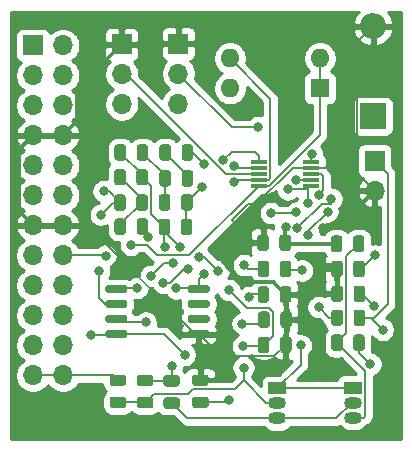
<source format=gtl>
G04 #@! TF.GenerationSoftware,KiCad,Pcbnew,(5.1.6)-1*
G04 #@! TF.CreationDate,2022-01-24T22:45:59-06:00*
G04 #@! TF.ProjectId,bassDrum,62617373-4472-4756-9d2e-6b696361645f,rev?*
G04 #@! TF.SameCoordinates,Original*
G04 #@! TF.FileFunction,Copper,L1,Top*
G04 #@! TF.FilePolarity,Positive*
%FSLAX46Y46*%
G04 Gerber Fmt 4.6, Leading zero omitted, Abs format (unit mm)*
G04 Created by KiCad (PCBNEW (5.1.6)-1) date 2022-01-24 22:45:59*
%MOMM*%
%LPD*%
G01*
G04 APERTURE LIST*
G04 #@! TA.AperFunction,ComponentPad*
%ADD10R,1.700000X1.700000*%
G04 #@! TD*
G04 #@! TA.AperFunction,ComponentPad*
%ADD11O,1.700000X1.700000*%
G04 #@! TD*
G04 #@! TA.AperFunction,ComponentPad*
%ADD12R,1.500000X1.050000*%
G04 #@! TD*
G04 #@! TA.AperFunction,ComponentPad*
%ADD13O,1.500000X1.050000*%
G04 #@! TD*
G04 #@! TA.AperFunction,ComponentPad*
%ADD14R,1.600000X1.600000*%
G04 #@! TD*
G04 #@! TA.AperFunction,ComponentPad*
%ADD15O,1.600000X1.600000*%
G04 #@! TD*
G04 #@! TA.AperFunction,SMDPad,CuDef*
%ADD16R,1.400000X0.300000*%
G04 #@! TD*
G04 #@! TA.AperFunction,ComponentPad*
%ADD17R,2.200000X2.200000*%
G04 #@! TD*
G04 #@! TA.AperFunction,ComponentPad*
%ADD18O,2.200000X2.200000*%
G04 #@! TD*
G04 #@! TA.AperFunction,ViaPad*
%ADD19C,0.800000*%
G04 #@! TD*
G04 #@! TA.AperFunction,Conductor*
%ADD20C,0.152400*%
G04 #@! TD*
G04 #@! TA.AperFunction,Conductor*
%ADD21C,0.304800*%
G04 #@! TD*
G04 #@! TA.AperFunction,Conductor*
%ADD22C,0.254000*%
G04 #@! TD*
G04 APERTURE END LIST*
G04 #@! TA.AperFunction,SMDPad,CuDef*
G36*
G01*
X107896600Y-110590650D02*
X107896600Y-109678150D01*
G75*
G02*
X108140350Y-109434400I243750J0D01*
G01*
X108627850Y-109434400D01*
G75*
G02*
X108871600Y-109678150I0J-243750D01*
G01*
X108871600Y-110590650D01*
G75*
G02*
X108627850Y-110834400I-243750J0D01*
G01*
X108140350Y-110834400D01*
G75*
G02*
X107896600Y-110590650I0J243750D01*
G01*
G37*
G04 #@! TD.AperFunction*
G04 #@! TA.AperFunction,SMDPad,CuDef*
G36*
G01*
X109771600Y-110590650D02*
X109771600Y-109678150D01*
G75*
G02*
X110015350Y-109434400I243750J0D01*
G01*
X110502850Y-109434400D01*
G75*
G02*
X110746600Y-109678150I0J-243750D01*
G01*
X110746600Y-110590650D01*
G75*
G02*
X110502850Y-110834400I-243750J0D01*
G01*
X110015350Y-110834400D01*
G75*
G02*
X109771600Y-110590650I0J243750D01*
G01*
G37*
G04 #@! TD.AperFunction*
G04 #@! TA.AperFunction,SMDPad,CuDef*
G36*
G01*
X115971500Y-110412850D02*
X115971500Y-109500350D01*
G75*
G02*
X116215250Y-109256600I243750J0D01*
G01*
X116702750Y-109256600D01*
G75*
G02*
X116946500Y-109500350I0J-243750D01*
G01*
X116946500Y-110412850D01*
G75*
G02*
X116702750Y-110656600I-243750J0D01*
G01*
X116215250Y-110656600D01*
G75*
G02*
X115971500Y-110412850I0J243750D01*
G01*
G37*
G04 #@! TD.AperFunction*
G04 #@! TA.AperFunction,SMDPad,CuDef*
G36*
G01*
X114096500Y-110412850D02*
X114096500Y-109500350D01*
G75*
G02*
X114340250Y-109256600I243750J0D01*
G01*
X114827750Y-109256600D01*
G75*
G02*
X115071500Y-109500350I0J-243750D01*
G01*
X115071500Y-110412850D01*
G75*
G02*
X114827750Y-110656600I-243750J0D01*
G01*
X114340250Y-110656600D01*
G75*
G02*
X114096500Y-110412850I0J243750D01*
G01*
G37*
G04 #@! TD.AperFunction*
G04 #@! TA.AperFunction,SMDPad,CuDef*
G36*
G01*
X97605000Y-98551050D02*
X97605000Y-97638550D01*
G75*
G02*
X97848750Y-97394800I243750J0D01*
G01*
X98336250Y-97394800D01*
G75*
G02*
X98580000Y-97638550I0J-243750D01*
G01*
X98580000Y-98551050D01*
G75*
G02*
X98336250Y-98794800I-243750J0D01*
G01*
X97848750Y-98794800D01*
G75*
G02*
X97605000Y-98551050I0J243750D01*
G01*
G37*
G04 #@! TD.AperFunction*
G04 #@! TA.AperFunction,SMDPad,CuDef*
G36*
G01*
X95730000Y-98551050D02*
X95730000Y-97638550D01*
G75*
G02*
X95973750Y-97394800I243750J0D01*
G01*
X96461250Y-97394800D01*
G75*
G02*
X96705000Y-97638550I0J-243750D01*
G01*
X96705000Y-98551050D01*
G75*
G02*
X96461250Y-98794800I-243750J0D01*
G01*
X95973750Y-98794800D01*
G75*
G02*
X95730000Y-98551050I0J243750D01*
G01*
G37*
G04 #@! TD.AperFunction*
G04 #@! TA.AperFunction,SMDPad,CuDef*
G36*
G01*
X95727700Y-96392050D02*
X95727700Y-95479550D01*
G75*
G02*
X95971450Y-95235800I243750J0D01*
G01*
X96458950Y-95235800D01*
G75*
G02*
X96702700Y-95479550I0J-243750D01*
G01*
X96702700Y-96392050D01*
G75*
G02*
X96458950Y-96635800I-243750J0D01*
G01*
X95971450Y-96635800D01*
G75*
G02*
X95727700Y-96392050I0J243750D01*
G01*
G37*
G04 #@! TD.AperFunction*
G04 #@! TA.AperFunction,SMDPad,CuDef*
G36*
G01*
X97602700Y-96392050D02*
X97602700Y-95479550D01*
G75*
G02*
X97846450Y-95235800I243750J0D01*
G01*
X98333950Y-95235800D01*
G75*
G02*
X98577700Y-95479550I0J-243750D01*
G01*
X98577700Y-96392050D01*
G75*
G02*
X98333950Y-96635800I-243750J0D01*
G01*
X97846450Y-96635800D01*
G75*
G02*
X97602700Y-96392050I0J243750D01*
G01*
G37*
G04 #@! TD.AperFunction*
G04 #@! TA.AperFunction,SMDPad,CuDef*
G36*
G01*
X99563100Y-96493650D02*
X99563100Y-95581150D01*
G75*
G02*
X99806850Y-95337400I243750J0D01*
G01*
X100294350Y-95337400D01*
G75*
G02*
X100538100Y-95581150I0J-243750D01*
G01*
X100538100Y-96493650D01*
G75*
G02*
X100294350Y-96737400I-243750J0D01*
G01*
X99806850Y-96737400D01*
G75*
G02*
X99563100Y-96493650I0J243750D01*
G01*
G37*
G04 #@! TD.AperFunction*
G04 #@! TA.AperFunction,SMDPad,CuDef*
G36*
G01*
X101438100Y-96493650D02*
X101438100Y-95581150D01*
G75*
G02*
X101681850Y-95337400I243750J0D01*
G01*
X102169350Y-95337400D01*
G75*
G02*
X102413100Y-95581150I0J-243750D01*
G01*
X102413100Y-96493650D01*
G75*
G02*
X102169350Y-96737400I-243750J0D01*
G01*
X101681850Y-96737400D01*
G75*
G02*
X101438100Y-96493650I0J243750D01*
G01*
G37*
G04 #@! TD.AperFunction*
G04 #@! TA.AperFunction,SMDPad,CuDef*
G36*
G01*
X115094600Y-107392150D02*
X115094600Y-108304650D01*
G75*
G02*
X114850850Y-108548400I-243750J0D01*
G01*
X114363350Y-108548400D01*
G75*
G02*
X114119600Y-108304650I0J243750D01*
G01*
X114119600Y-107392150D01*
G75*
G02*
X114363350Y-107148400I243750J0D01*
G01*
X114850850Y-107148400D01*
G75*
G02*
X115094600Y-107392150I0J-243750D01*
G01*
G37*
G04 #@! TD.AperFunction*
G04 #@! TA.AperFunction,SMDPad,CuDef*
G36*
G01*
X116969600Y-107392150D02*
X116969600Y-108304650D01*
G75*
G02*
X116725850Y-108548400I-243750J0D01*
G01*
X116238350Y-108548400D01*
G75*
G02*
X115994600Y-108304650I0J243750D01*
G01*
X115994600Y-107392150D01*
G75*
G02*
X116238350Y-107148400I243750J0D01*
G01*
X116725850Y-107148400D01*
G75*
G02*
X116969600Y-107392150I0J-243750D01*
G01*
G37*
G04 #@! TD.AperFunction*
D10*
X88849200Y-84785200D03*
D11*
X91389200Y-84785200D03*
X88849200Y-87325200D03*
X91389200Y-87325200D03*
X88849200Y-89865200D03*
X91389200Y-89865200D03*
X88849200Y-92405200D03*
X91389200Y-92405200D03*
X88849200Y-94945200D03*
X91389200Y-94945200D03*
X88849200Y-97485200D03*
X91389200Y-97485200D03*
X88849200Y-100025200D03*
X91389200Y-100025200D03*
X88849200Y-102565200D03*
X91389200Y-102565200D03*
X88849200Y-105105200D03*
X91389200Y-105105200D03*
X88849200Y-107645200D03*
X91389200Y-107645200D03*
X88849200Y-110185200D03*
X91389200Y-110185200D03*
X88849200Y-112725200D03*
X91389200Y-112725200D03*
D10*
X96367600Y-84683600D03*
D11*
X96367600Y-87223600D03*
X96367600Y-89763600D03*
X101168200Y-89712800D03*
X101168200Y-87172800D03*
D10*
X101168200Y-84632800D03*
D12*
X109524800Y-113817400D03*
D13*
X109524800Y-116357400D03*
X109524800Y-115087400D03*
X115951000Y-115036600D03*
X115951000Y-116306600D03*
D12*
X115951000Y-113766600D03*
G04 #@! TA.AperFunction,SMDPad,CuDef*
G36*
G01*
X95581150Y-112646400D02*
X96493650Y-112646400D01*
G75*
G02*
X96737400Y-112890150I0J-243750D01*
G01*
X96737400Y-113377650D01*
G75*
G02*
X96493650Y-113621400I-243750J0D01*
G01*
X95581150Y-113621400D01*
G75*
G02*
X95337400Y-113377650I0J243750D01*
G01*
X95337400Y-112890150D01*
G75*
G02*
X95581150Y-112646400I243750J0D01*
G01*
G37*
G04 #@! TD.AperFunction*
G04 #@! TA.AperFunction,SMDPad,CuDef*
G36*
G01*
X95581150Y-114521400D02*
X96493650Y-114521400D01*
G75*
G02*
X96737400Y-114765150I0J-243750D01*
G01*
X96737400Y-115252650D01*
G75*
G02*
X96493650Y-115496400I-243750J0D01*
G01*
X95581150Y-115496400D01*
G75*
G02*
X95337400Y-115252650I0J243750D01*
G01*
X95337400Y-114765150D01*
G75*
G02*
X95581150Y-114521400I243750J0D01*
G01*
G37*
G04 #@! TD.AperFunction*
G04 #@! TA.AperFunction,SMDPad,CuDef*
G36*
G01*
X97892550Y-114546800D02*
X98805050Y-114546800D01*
G75*
G02*
X99048800Y-114790550I0J-243750D01*
G01*
X99048800Y-115278050D01*
G75*
G02*
X98805050Y-115521800I-243750J0D01*
G01*
X97892550Y-115521800D01*
G75*
G02*
X97648800Y-115278050I0J243750D01*
G01*
X97648800Y-114790550D01*
G75*
G02*
X97892550Y-114546800I243750J0D01*
G01*
G37*
G04 #@! TD.AperFunction*
G04 #@! TA.AperFunction,SMDPad,CuDef*
G36*
G01*
X97892550Y-112671800D02*
X98805050Y-112671800D01*
G75*
G02*
X99048800Y-112915550I0J-243750D01*
G01*
X99048800Y-113403050D01*
G75*
G02*
X98805050Y-113646800I-243750J0D01*
G01*
X97892550Y-113646800D01*
G75*
G02*
X97648800Y-113403050I0J243750D01*
G01*
X97648800Y-112915550D01*
G75*
G02*
X97892550Y-112671800I243750J0D01*
G01*
G37*
G04 #@! TD.AperFunction*
G04 #@! TA.AperFunction,SMDPad,CuDef*
G36*
G01*
X100127750Y-112697200D02*
X101040250Y-112697200D01*
G75*
G02*
X101284000Y-112940950I0J-243750D01*
G01*
X101284000Y-113428450D01*
G75*
G02*
X101040250Y-113672200I-243750J0D01*
G01*
X100127750Y-113672200D01*
G75*
G02*
X99884000Y-113428450I0J243750D01*
G01*
X99884000Y-112940950D01*
G75*
G02*
X100127750Y-112697200I243750J0D01*
G01*
G37*
G04 #@! TD.AperFunction*
G04 #@! TA.AperFunction,SMDPad,CuDef*
G36*
G01*
X100127750Y-114572200D02*
X101040250Y-114572200D01*
G75*
G02*
X101284000Y-114815950I0J-243750D01*
G01*
X101284000Y-115303450D01*
G75*
G02*
X101040250Y-115547200I-243750J0D01*
G01*
X100127750Y-115547200D01*
G75*
G02*
X99884000Y-115303450I0J243750D01*
G01*
X99884000Y-114815950D01*
G75*
G02*
X100127750Y-114572200I243750J0D01*
G01*
G37*
G04 #@! TD.AperFunction*
G04 #@! TA.AperFunction,SMDPad,CuDef*
G36*
G01*
X107922000Y-108457050D02*
X107922000Y-107544550D01*
G75*
G02*
X108165750Y-107300800I243750J0D01*
G01*
X108653250Y-107300800D01*
G75*
G02*
X108897000Y-107544550I0J-243750D01*
G01*
X108897000Y-108457050D01*
G75*
G02*
X108653250Y-108700800I-243750J0D01*
G01*
X108165750Y-108700800D01*
G75*
G02*
X107922000Y-108457050I0J243750D01*
G01*
G37*
G04 #@! TD.AperFunction*
G04 #@! TA.AperFunction,SMDPad,CuDef*
G36*
G01*
X109797000Y-108457050D02*
X109797000Y-107544550D01*
G75*
G02*
X110040750Y-107300800I243750J0D01*
G01*
X110528250Y-107300800D01*
G75*
G02*
X110772000Y-107544550I0J-243750D01*
G01*
X110772000Y-108457050D01*
G75*
G02*
X110528250Y-108700800I-243750J0D01*
G01*
X110040750Y-108700800D01*
G75*
G02*
X109797000Y-108457050I0J243750D01*
G01*
G37*
G04 #@! TD.AperFunction*
G04 #@! TA.AperFunction,SMDPad,CuDef*
G36*
G01*
X115941500Y-102030850D02*
X115941500Y-101118350D01*
G75*
G02*
X116185250Y-100874600I243750J0D01*
G01*
X116672750Y-100874600D01*
G75*
G02*
X116916500Y-101118350I0J-243750D01*
G01*
X116916500Y-102030850D01*
G75*
G02*
X116672750Y-102274600I-243750J0D01*
G01*
X116185250Y-102274600D01*
G75*
G02*
X115941500Y-102030850I0J243750D01*
G01*
G37*
G04 #@! TD.AperFunction*
G04 #@! TA.AperFunction,SMDPad,CuDef*
G36*
G01*
X114066500Y-102030850D02*
X114066500Y-101118350D01*
G75*
G02*
X114310250Y-100874600I243750J0D01*
G01*
X114797750Y-100874600D01*
G75*
G02*
X115041500Y-101118350I0J-243750D01*
G01*
X115041500Y-102030850D01*
G75*
G02*
X114797750Y-102274600I-243750J0D01*
G01*
X114310250Y-102274600D01*
G75*
G02*
X114066500Y-102030850I0J243750D01*
G01*
G37*
G04 #@! TD.AperFunction*
G04 #@! TA.AperFunction,SMDPad,CuDef*
G36*
G01*
X97630400Y-100583050D02*
X97630400Y-99670550D01*
G75*
G02*
X97874150Y-99426800I243750J0D01*
G01*
X98361650Y-99426800D01*
G75*
G02*
X98605400Y-99670550I0J-243750D01*
G01*
X98605400Y-100583050D01*
G75*
G02*
X98361650Y-100826800I-243750J0D01*
G01*
X97874150Y-100826800D01*
G75*
G02*
X97630400Y-100583050I0J243750D01*
G01*
G37*
G04 #@! TD.AperFunction*
G04 #@! TA.AperFunction,SMDPad,CuDef*
G36*
G01*
X95755400Y-100583050D02*
X95755400Y-99670550D01*
G75*
G02*
X95999150Y-99426800I243750J0D01*
G01*
X96486650Y-99426800D01*
G75*
G02*
X96730400Y-99670550I0J-243750D01*
G01*
X96730400Y-100583050D01*
G75*
G02*
X96486650Y-100826800I-243750J0D01*
G01*
X95999150Y-100826800D01*
G75*
G02*
X95755400Y-100583050I0J243750D01*
G01*
G37*
G04 #@! TD.AperFunction*
G04 #@! TA.AperFunction,SMDPad,CuDef*
G36*
G01*
X101364200Y-100608450D02*
X101364200Y-99695950D01*
G75*
G02*
X101607950Y-99452200I243750J0D01*
G01*
X102095450Y-99452200D01*
G75*
G02*
X102339200Y-99695950I0J-243750D01*
G01*
X102339200Y-100608450D01*
G75*
G02*
X102095450Y-100852200I-243750J0D01*
G01*
X101607950Y-100852200D01*
G75*
G02*
X101364200Y-100608450I0J243750D01*
G01*
G37*
G04 #@! TD.AperFunction*
G04 #@! TA.AperFunction,SMDPad,CuDef*
G36*
G01*
X99489200Y-100608450D02*
X99489200Y-99695950D01*
G75*
G02*
X99732950Y-99452200I243750J0D01*
G01*
X100220450Y-99452200D01*
G75*
G02*
X100464200Y-99695950I0J-243750D01*
G01*
X100464200Y-100608450D01*
G75*
G02*
X100220450Y-100852200I-243750J0D01*
G01*
X99732950Y-100852200D01*
G75*
G02*
X99489200Y-100608450I0J243750D01*
G01*
G37*
G04 #@! TD.AperFunction*
G04 #@! TA.AperFunction,SMDPad,CuDef*
G36*
G01*
X101389600Y-98525650D02*
X101389600Y-97613150D01*
G75*
G02*
X101633350Y-97369400I243750J0D01*
G01*
X102120850Y-97369400D01*
G75*
G02*
X102364600Y-97613150I0J-243750D01*
G01*
X102364600Y-98525650D01*
G75*
G02*
X102120850Y-98769400I-243750J0D01*
G01*
X101633350Y-98769400D01*
G75*
G02*
X101389600Y-98525650I0J243750D01*
G01*
G37*
G04 #@! TD.AperFunction*
G04 #@! TA.AperFunction,SMDPad,CuDef*
G36*
G01*
X99514600Y-98525650D02*
X99514600Y-97613150D01*
G75*
G02*
X99758350Y-97369400I243750J0D01*
G01*
X100245850Y-97369400D01*
G75*
G02*
X100489600Y-97613150I0J-243750D01*
G01*
X100489600Y-98525650D01*
G75*
G02*
X100245850Y-98769400I-243750J0D01*
G01*
X99758350Y-98769400D01*
G75*
G02*
X99514600Y-98525650I0J243750D01*
G01*
G37*
G04 #@! TD.AperFunction*
G04 #@! TA.AperFunction,SMDPad,CuDef*
G36*
G01*
X95755400Y-94309250D02*
X95755400Y-93396750D01*
G75*
G02*
X95999150Y-93153000I243750J0D01*
G01*
X96486650Y-93153000D01*
G75*
G02*
X96730400Y-93396750I0J-243750D01*
G01*
X96730400Y-94309250D01*
G75*
G02*
X96486650Y-94553000I-243750J0D01*
G01*
X95999150Y-94553000D01*
G75*
G02*
X95755400Y-94309250I0J243750D01*
G01*
G37*
G04 #@! TD.AperFunction*
G04 #@! TA.AperFunction,SMDPad,CuDef*
G36*
G01*
X97630400Y-94309250D02*
X97630400Y-93396750D01*
G75*
G02*
X97874150Y-93153000I243750J0D01*
G01*
X98361650Y-93153000D01*
G75*
G02*
X98605400Y-93396750I0J-243750D01*
G01*
X98605400Y-94309250D01*
G75*
G02*
X98361650Y-94553000I-243750J0D01*
G01*
X97874150Y-94553000D01*
G75*
G02*
X97630400Y-94309250I0J243750D01*
G01*
G37*
G04 #@! TD.AperFunction*
G04 #@! TA.AperFunction,SMDPad,CuDef*
G36*
G01*
X99563100Y-94309250D02*
X99563100Y-93396750D01*
G75*
G02*
X99806850Y-93153000I243750J0D01*
G01*
X100294350Y-93153000D01*
G75*
G02*
X100538100Y-93396750I0J-243750D01*
G01*
X100538100Y-94309250D01*
G75*
G02*
X100294350Y-94553000I-243750J0D01*
G01*
X99806850Y-94553000D01*
G75*
G02*
X99563100Y-94309250I0J243750D01*
G01*
G37*
G04 #@! TD.AperFunction*
G04 #@! TA.AperFunction,SMDPad,CuDef*
G36*
G01*
X101438100Y-94309250D02*
X101438100Y-93396750D01*
G75*
G02*
X101681850Y-93153000I243750J0D01*
G01*
X102169350Y-93153000D01*
G75*
G02*
X102413100Y-93396750I0J-243750D01*
G01*
X102413100Y-94309250D01*
G75*
G02*
X102169350Y-94553000I-243750J0D01*
G01*
X101681850Y-94553000D01*
G75*
G02*
X101438100Y-94309250I0J243750D01*
G01*
G37*
G04 #@! TD.AperFunction*
G04 #@! TA.AperFunction,SMDPad,CuDef*
G36*
G01*
X108846200Y-103251950D02*
X108846200Y-104164450D01*
G75*
G02*
X108602450Y-104408200I-243750J0D01*
G01*
X108114950Y-104408200D01*
G75*
G02*
X107871200Y-104164450I0J243750D01*
G01*
X107871200Y-103251950D01*
G75*
G02*
X108114950Y-103008200I243750J0D01*
G01*
X108602450Y-103008200D01*
G75*
G02*
X108846200Y-103251950I0J-243750D01*
G01*
G37*
G04 #@! TD.AperFunction*
G04 #@! TA.AperFunction,SMDPad,CuDef*
G36*
G01*
X110721200Y-103251950D02*
X110721200Y-104164450D01*
G75*
G02*
X110477450Y-104408200I-243750J0D01*
G01*
X109989950Y-104408200D01*
G75*
G02*
X109746200Y-104164450I0J243750D01*
G01*
X109746200Y-103251950D01*
G75*
G02*
X109989950Y-103008200I243750J0D01*
G01*
X110477450Y-103008200D01*
G75*
G02*
X110721200Y-103251950I0J-243750D01*
G01*
G37*
G04 #@! TD.AperFunction*
G04 #@! TA.AperFunction,SMDPad,CuDef*
G36*
G01*
X103478650Y-115496400D02*
X102566150Y-115496400D01*
G75*
G02*
X102322400Y-115252650I0J243750D01*
G01*
X102322400Y-114765150D01*
G75*
G02*
X102566150Y-114521400I243750J0D01*
G01*
X103478650Y-114521400D01*
G75*
G02*
X103722400Y-114765150I0J-243750D01*
G01*
X103722400Y-115252650D01*
G75*
G02*
X103478650Y-115496400I-243750J0D01*
G01*
G37*
G04 #@! TD.AperFunction*
G04 #@! TA.AperFunction,SMDPad,CuDef*
G36*
G01*
X103478650Y-113621400D02*
X102566150Y-113621400D01*
G75*
G02*
X102322400Y-113377650I0J243750D01*
G01*
X102322400Y-112890150D01*
G75*
G02*
X102566150Y-112646400I243750J0D01*
G01*
X103478650Y-112646400D01*
G75*
G02*
X103722400Y-112890150I0J-243750D01*
G01*
X103722400Y-113377650D01*
G75*
G02*
X103478650Y-113621400I-243750J0D01*
G01*
G37*
G04 #@! TD.AperFunction*
G04 #@! TA.AperFunction,SMDPad,CuDef*
G36*
G01*
X115071500Y-103251950D02*
X115071500Y-104164450D01*
G75*
G02*
X114827750Y-104408200I-243750J0D01*
G01*
X114340250Y-104408200D01*
G75*
G02*
X114096500Y-104164450I0J243750D01*
G01*
X114096500Y-103251950D01*
G75*
G02*
X114340250Y-103008200I243750J0D01*
G01*
X114827750Y-103008200D01*
G75*
G02*
X115071500Y-103251950I0J-243750D01*
G01*
G37*
G04 #@! TD.AperFunction*
G04 #@! TA.AperFunction,SMDPad,CuDef*
G36*
G01*
X116946500Y-103251950D02*
X116946500Y-104164450D01*
G75*
G02*
X116702750Y-104408200I-243750J0D01*
G01*
X116215250Y-104408200D01*
G75*
G02*
X115971500Y-104164450I0J243750D01*
G01*
X115971500Y-103251950D01*
G75*
G02*
X116215250Y-103008200I243750J0D01*
G01*
X116702750Y-103008200D01*
G75*
G02*
X116946500Y-103251950I0J-243750D01*
G01*
G37*
G04 #@! TD.AperFunction*
G04 #@! TA.AperFunction,SMDPad,CuDef*
G36*
G01*
X107871200Y-106323450D02*
X107871200Y-105410950D01*
G75*
G02*
X108114950Y-105167200I243750J0D01*
G01*
X108602450Y-105167200D01*
G75*
G02*
X108846200Y-105410950I0J-243750D01*
G01*
X108846200Y-106323450D01*
G75*
G02*
X108602450Y-106567200I-243750J0D01*
G01*
X108114950Y-106567200D01*
G75*
G02*
X107871200Y-106323450I0J243750D01*
G01*
G37*
G04 #@! TD.AperFunction*
G04 #@! TA.AperFunction,SMDPad,CuDef*
G36*
G01*
X109746200Y-106323450D02*
X109746200Y-105410950D01*
G75*
G02*
X109989950Y-105167200I243750J0D01*
G01*
X110477450Y-105167200D01*
G75*
G02*
X110721200Y-105410950I0J-243750D01*
G01*
X110721200Y-106323450D01*
G75*
G02*
X110477450Y-106567200I-243750J0D01*
G01*
X109989950Y-106567200D01*
G75*
G02*
X109746200Y-106323450I0J243750D01*
G01*
G37*
G04 #@! TD.AperFunction*
D14*
X113157000Y-88417400D03*
D15*
X105537000Y-85877400D03*
X113157000Y-85877400D03*
X105537000Y-88417400D03*
D16*
X112385200Y-96656400D03*
X112385200Y-96156400D03*
X112385200Y-95656400D03*
X112385200Y-95156400D03*
X112385200Y-94656400D03*
X107985200Y-94656400D03*
X107985200Y-95156400D03*
X107985200Y-95656400D03*
X107985200Y-96156400D03*
X107985200Y-96656400D03*
G04 #@! TA.AperFunction,SMDPad,CuDef*
G36*
G01*
X109723100Y-101954650D02*
X109723100Y-101042150D01*
G75*
G02*
X109966850Y-100798400I243750J0D01*
G01*
X110454350Y-100798400D01*
G75*
G02*
X110698100Y-101042150I0J-243750D01*
G01*
X110698100Y-101954650D01*
G75*
G02*
X110454350Y-102198400I-243750J0D01*
G01*
X109966850Y-102198400D01*
G75*
G02*
X109723100Y-101954650I0J243750D01*
G01*
G37*
G04 #@! TD.AperFunction*
G04 #@! TA.AperFunction,SMDPad,CuDef*
G36*
G01*
X107848100Y-101954650D02*
X107848100Y-101042150D01*
G75*
G02*
X108091850Y-100798400I243750J0D01*
G01*
X108579350Y-100798400D01*
G75*
G02*
X108823100Y-101042150I0J-243750D01*
G01*
X108823100Y-101954650D01*
G75*
G02*
X108579350Y-102198400I-243750J0D01*
G01*
X108091850Y-102198400D01*
G75*
G02*
X107848100Y-101954650I0J243750D01*
G01*
G37*
G04 #@! TD.AperFunction*
G04 #@! TA.AperFunction,SMDPad,CuDef*
G36*
G01*
X114119600Y-106272650D02*
X114119600Y-105360150D01*
G75*
G02*
X114363350Y-105116400I243750J0D01*
G01*
X114850850Y-105116400D01*
G75*
G02*
X115094600Y-105360150I0J-243750D01*
G01*
X115094600Y-106272650D01*
G75*
G02*
X114850850Y-106516400I-243750J0D01*
G01*
X114363350Y-106516400D01*
G75*
G02*
X114119600Y-106272650I0J243750D01*
G01*
G37*
G04 #@! TD.AperFunction*
G04 #@! TA.AperFunction,SMDPad,CuDef*
G36*
G01*
X115994600Y-106272650D02*
X115994600Y-105360150D01*
G75*
G02*
X116238350Y-105116400I243750J0D01*
G01*
X116725850Y-105116400D01*
G75*
G02*
X116969600Y-105360150I0J-243750D01*
G01*
X116969600Y-106272650D01*
G75*
G02*
X116725850Y-106516400I-243750J0D01*
G01*
X116238350Y-106516400D01*
G75*
G02*
X115994600Y-106272650I0J243750D01*
G01*
G37*
G04 #@! TD.AperFunction*
D17*
X117652800Y-90779600D03*
D18*
X117652800Y-83159600D03*
D10*
X117779800Y-94538800D03*
D11*
X117779800Y-97078800D03*
G04 #@! TA.AperFunction,SMDPad,CuDef*
G36*
G01*
X94940200Y-105560000D02*
X94940200Y-105260000D01*
G75*
G02*
X95090200Y-105110000I150000J0D01*
G01*
X96690200Y-105110000D01*
G75*
G02*
X96840200Y-105260000I0J-150000D01*
G01*
X96840200Y-105560000D01*
G75*
G02*
X96690200Y-105710000I-150000J0D01*
G01*
X95090200Y-105710000D01*
G75*
G02*
X94940200Y-105560000I0J150000D01*
G01*
G37*
G04 #@! TD.AperFunction*
G04 #@! TA.AperFunction,SMDPad,CuDef*
G36*
G01*
X94940200Y-106830000D02*
X94940200Y-106530000D01*
G75*
G02*
X95090200Y-106380000I150000J0D01*
G01*
X96690200Y-106380000D01*
G75*
G02*
X96840200Y-106530000I0J-150000D01*
G01*
X96840200Y-106830000D01*
G75*
G02*
X96690200Y-106980000I-150000J0D01*
G01*
X95090200Y-106980000D01*
G75*
G02*
X94940200Y-106830000I0J150000D01*
G01*
G37*
G04 #@! TD.AperFunction*
G04 #@! TA.AperFunction,SMDPad,CuDef*
G36*
G01*
X94940200Y-108100000D02*
X94940200Y-107800000D01*
G75*
G02*
X95090200Y-107650000I150000J0D01*
G01*
X96690200Y-107650000D01*
G75*
G02*
X96840200Y-107800000I0J-150000D01*
G01*
X96840200Y-108100000D01*
G75*
G02*
X96690200Y-108250000I-150000J0D01*
G01*
X95090200Y-108250000D01*
G75*
G02*
X94940200Y-108100000I0J150000D01*
G01*
G37*
G04 #@! TD.AperFunction*
G04 #@! TA.AperFunction,SMDPad,CuDef*
G36*
G01*
X94940200Y-109370000D02*
X94940200Y-109070000D01*
G75*
G02*
X95090200Y-108920000I150000J0D01*
G01*
X96690200Y-108920000D01*
G75*
G02*
X96840200Y-109070000I0J-150000D01*
G01*
X96840200Y-109370000D01*
G75*
G02*
X96690200Y-109520000I-150000J0D01*
G01*
X95090200Y-109520000D01*
G75*
G02*
X94940200Y-109370000I0J150000D01*
G01*
G37*
G04 #@! TD.AperFunction*
G04 #@! TA.AperFunction,SMDPad,CuDef*
G36*
G01*
X101940200Y-109370000D02*
X101940200Y-109070000D01*
G75*
G02*
X102090200Y-108920000I150000J0D01*
G01*
X103690200Y-108920000D01*
G75*
G02*
X103840200Y-109070000I0J-150000D01*
G01*
X103840200Y-109370000D01*
G75*
G02*
X103690200Y-109520000I-150000J0D01*
G01*
X102090200Y-109520000D01*
G75*
G02*
X101940200Y-109370000I0J150000D01*
G01*
G37*
G04 #@! TD.AperFunction*
G04 #@! TA.AperFunction,SMDPad,CuDef*
G36*
G01*
X101940200Y-108100000D02*
X101940200Y-107800000D01*
G75*
G02*
X102090200Y-107650000I150000J0D01*
G01*
X103690200Y-107650000D01*
G75*
G02*
X103840200Y-107800000I0J-150000D01*
G01*
X103840200Y-108100000D01*
G75*
G02*
X103690200Y-108250000I-150000J0D01*
G01*
X102090200Y-108250000D01*
G75*
G02*
X101940200Y-108100000I0J150000D01*
G01*
G37*
G04 #@! TD.AperFunction*
G04 #@! TA.AperFunction,SMDPad,CuDef*
G36*
G01*
X101940200Y-106830000D02*
X101940200Y-106530000D01*
G75*
G02*
X102090200Y-106380000I150000J0D01*
G01*
X103690200Y-106380000D01*
G75*
G02*
X103840200Y-106530000I0J-150000D01*
G01*
X103840200Y-106830000D01*
G75*
G02*
X103690200Y-106980000I-150000J0D01*
G01*
X102090200Y-106980000D01*
G75*
G02*
X101940200Y-106830000I0J150000D01*
G01*
G37*
G04 #@! TD.AperFunction*
G04 #@! TA.AperFunction,SMDPad,CuDef*
G36*
G01*
X101940200Y-105560000D02*
X101940200Y-105260000D01*
G75*
G02*
X102090200Y-105110000I150000J0D01*
G01*
X103690200Y-105110000D01*
G75*
G02*
X103840200Y-105260000I0J-150000D01*
G01*
X103840200Y-105560000D01*
G75*
G02*
X103690200Y-105710000I-150000J0D01*
G01*
X102090200Y-105710000D01*
G75*
G02*
X101940200Y-105560000I0J150000D01*
G01*
G37*
G04 #@! TD.AperFunction*
D19*
X106680000Y-112064800D03*
X106654600Y-110236000D03*
X105435400Y-105511600D03*
X111235570Y-100266499D03*
X114122200Y-97764600D03*
X113423700Y-100266500D03*
X113309400Y-103339900D03*
X117424200Y-111760000D03*
X98399600Y-108229400D03*
X94465700Y-103860600D03*
X94606754Y-99119046D03*
X94843600Y-97129600D03*
X103130868Y-96755468D03*
X106730800Y-103378000D03*
X104546400Y-103886000D03*
X102887846Y-102710046D03*
X101320600Y-101863600D03*
X100050600Y-101863600D03*
X100736400Y-103216000D03*
X98856800Y-104292400D03*
X97688400Y-105308400D03*
X113030000Y-106934000D03*
X111633000Y-103835200D03*
X100965000Y-105359200D03*
X103327200Y-104114600D03*
X110236000Y-100126800D03*
X100609400Y-111912400D03*
X93789500Y-109308900D03*
X101701600Y-110985300D03*
X117729000Y-106857800D03*
X95008877Y-102577723D03*
X97159454Y-101671746D03*
X99898200Y-104902000D03*
X101981000Y-103708200D03*
X109011800Y-98983800D03*
X113029199Y-97444000D03*
X111150400Y-98914099D03*
X111099600Y-96139000D03*
X112496600Y-94005400D03*
X107924600Y-91694000D03*
X111531400Y-110185200D03*
X106578400Y-108331000D03*
X98628200Y-100995546D03*
X105862429Y-94980200D03*
X104977914Y-94513686D03*
X103361222Y-94809578D03*
X105867200Y-96332600D03*
X117805200Y-102565200D03*
X107120401Y-106096802D03*
X112166400Y-100822200D03*
X113792738Y-98847200D03*
X112166400Y-98120200D03*
X110423400Y-96968411D03*
X105410000Y-114782600D03*
X118465600Y-108864400D03*
D20*
X106680000Y-113145000D02*
X106680000Y-112064800D01*
X109524800Y-115087400D02*
X108622400Y-115087400D01*
X108622400Y-115087400D02*
X106680000Y-113145000D01*
X108282500Y-110236000D02*
X108384100Y-110134400D01*
X106654600Y-110236000D02*
X108282500Y-110236000D01*
X98323400Y-115008900D02*
X98348800Y-115034300D01*
X96037400Y-115008900D02*
X98323400Y-115008900D01*
X102383390Y-113897610D02*
X105927390Y-113897610D01*
X105927390Y-113897610D02*
X106680000Y-113145000D01*
X101985010Y-114295990D02*
X102383390Y-113897610D01*
X99087110Y-114295990D02*
X101985010Y-114295990D01*
X98348800Y-115034300D02*
X99087110Y-114295990D01*
X109173210Y-109345290D02*
X109173210Y-107329174D01*
X108384100Y-110134400D02*
X109173210Y-109345290D01*
X109173210Y-107329174D02*
X108868626Y-107024590D01*
X108868626Y-107024590D02*
X106948390Y-107024590D01*
X106948390Y-107024590D02*
X105435400Y-105511600D01*
X111235570Y-100266499D02*
X113331069Y-98171000D01*
X113331069Y-98171000D02*
X114122200Y-98171000D01*
X114122200Y-98171000D02*
X114122200Y-97764600D01*
D21*
X88849200Y-92405200D02*
X91389200Y-92405200D01*
X92591601Y-91202799D02*
X92591601Y-88459599D01*
X92591601Y-88459599D02*
X96367600Y-84683600D01*
X91389200Y-92405200D02*
X92591601Y-91202799D01*
X101117400Y-84683600D02*
X101168200Y-84632800D01*
X96367600Y-84683600D02*
X101117400Y-84683600D01*
D20*
X115857400Y-95156400D02*
X112385200Y-95156400D01*
X117779800Y-97078800D02*
X115857400Y-95156400D01*
X116276599Y-94737201D02*
X115857400Y-95156400D01*
X117652800Y-83159600D02*
X116276599Y-84535801D01*
X116276599Y-84535801D02*
X116276599Y-94737201D01*
D21*
X110259100Y-108026200D02*
X110284500Y-108000800D01*
X110259100Y-110134400D02*
X110259100Y-108026200D01*
X110284500Y-105918000D02*
X110233700Y-105867200D01*
X110284500Y-108000800D02*
X110284500Y-105918000D01*
D20*
X103022400Y-109352200D02*
X102890200Y-109220000D01*
X103022400Y-113133900D02*
X103022400Y-109352200D01*
D21*
X88849200Y-100025200D02*
X91389200Y-100025200D01*
D20*
X102607446Y-109220000D02*
X102890200Y-109220000D01*
X93412646Y-100025200D02*
X102607446Y-109220000D01*
X91389200Y-100025200D02*
X93412646Y-100025200D01*
X109282890Y-111110610D02*
X110259100Y-110134400D01*
X104780810Y-111110610D02*
X109282890Y-111110610D01*
X102890200Y-109220000D02*
X104780810Y-111110610D01*
D21*
X114556300Y-105867200D02*
X114607100Y-105816400D01*
X110233700Y-105867200D02*
X114556300Y-105867200D01*
X114607100Y-103731300D02*
X114584000Y-103708200D01*
X114607100Y-105816400D02*
X114607100Y-103731300D01*
X117779800Y-97078800D02*
X114592100Y-100266500D01*
X114592100Y-100266500D02*
X113423700Y-100266500D01*
X114215700Y-103339900D02*
X114584000Y-103708200D01*
X113309400Y-103339900D02*
X114215700Y-103339900D01*
X106553000Y-101498400D02*
X108335600Y-101498400D01*
X109181290Y-104814790D02*
X106592790Y-104814790D01*
X110233700Y-105867200D02*
X109181290Y-104814790D01*
X104927400Y-103124000D02*
X106553000Y-101498400D01*
X106592790Y-104814790D02*
X104927400Y-103149400D01*
X104927400Y-103149400D02*
X104927400Y-103124000D01*
D20*
X110830744Y-95156400D02*
X112385200Y-95156400D01*
X110830744Y-95158018D02*
X110830744Y-95156400D01*
X108335600Y-101498400D02*
X107645200Y-101498400D01*
X105740200Y-99593400D02*
X107086400Y-98247200D01*
X107086400Y-98247200D02*
X107741562Y-98247200D01*
X107645200Y-101498400D02*
X105740200Y-99593400D01*
X107741562Y-98247200D02*
X110830744Y-95158018D01*
D21*
X87646799Y-93607601D02*
X88849200Y-92405200D01*
X87646799Y-98822799D02*
X87646799Y-93607601D01*
X88849200Y-100025200D02*
X87646799Y-98822799D01*
D20*
X116459000Y-109956600D02*
X116459000Y-110794800D01*
X116459000Y-110794800D02*
X117424200Y-111760000D01*
X96169600Y-108229400D02*
X95890200Y-107950000D01*
X98399600Y-108229400D02*
X96169600Y-108229400D01*
X116977201Y-112349801D02*
X114584000Y-109956600D01*
X116977201Y-116182799D02*
X116977201Y-112349801D01*
X116853400Y-116306600D02*
X116977201Y-116182799D01*
X115951000Y-116306600D02*
X116853400Y-116306600D01*
X115370810Y-102632790D02*
X115370810Y-109169790D01*
X115370810Y-109169790D02*
X114584000Y-109956600D01*
X116429000Y-101574600D02*
X115370810Y-102632790D01*
X98092500Y-97813100D02*
X98092500Y-98094800D01*
X96215200Y-95935800D02*
X98092500Y-97813100D01*
X96242900Y-99944400D02*
X96242900Y-100126800D01*
X98092500Y-98094800D02*
X96242900Y-99944400D01*
X101851700Y-98094800D02*
X101877100Y-98069400D01*
X101851700Y-100152200D02*
X101851700Y-98094800D01*
X94465700Y-106205500D02*
X94465700Y-103860600D01*
X95890200Y-106680000D02*
X94940200Y-106680000D01*
X94940200Y-106680000D02*
X94465700Y-106205500D01*
X95631000Y-98094800D02*
X96217500Y-98094800D01*
X94606754Y-99119046D02*
X95631000Y-98094800D01*
X96217500Y-98094800D02*
X95252300Y-97129600D01*
X95252300Y-97129600D02*
X94843600Y-97129600D01*
X101877100Y-98009236D02*
X101877100Y-98069400D01*
X103130868Y-96755468D02*
X101877100Y-98009236D01*
X98090200Y-95700300D02*
X98090200Y-95935800D01*
X96242900Y-93853000D02*
X98090200Y-95700300D01*
X98856210Y-96701810D02*
X98856210Y-99031710D01*
X98856210Y-99031710D02*
X99976700Y-100152200D01*
X98090200Y-95935800D02*
X98856210Y-96701810D01*
X108358700Y-103708200D02*
X107061000Y-103708200D01*
X107061000Y-103708200D02*
X106730800Y-103378000D01*
X104546400Y-103886000D02*
X103370446Y-102710046D01*
X103370446Y-102710046D02*
X102887846Y-102710046D01*
X99976700Y-100519700D02*
X99976700Y-100152200D01*
X101320600Y-101863600D02*
X99976700Y-100519700D01*
X99976700Y-100152200D02*
X99976700Y-101789700D01*
X99976700Y-101789700D02*
X100050600Y-101863600D01*
X100736400Y-103216000D02*
X99933200Y-103216000D01*
X99933200Y-103216000D02*
X98856800Y-104292400D01*
X95991800Y-105308400D02*
X95890200Y-105410000D01*
X97688400Y-105308400D02*
X95991800Y-105308400D01*
X100050600Y-95785700D02*
X100050600Y-96037400D01*
X98117900Y-93853000D02*
X100050600Y-95785700D01*
X100050600Y-98020900D02*
X100002100Y-98069400D01*
X100050600Y-96037400D02*
X100050600Y-98020900D01*
X101925600Y-95728000D02*
X101925600Y-96037400D01*
X100050600Y-93853000D02*
X101925600Y-95728000D01*
X114607100Y-107848400D02*
X113944400Y-107848400D01*
X113944400Y-107848400D02*
X113030000Y-106934000D01*
X110360700Y-103835200D02*
X110233700Y-103708200D01*
X111633000Y-103835200D02*
X110360700Y-103835200D01*
X102839400Y-105359200D02*
X102890200Y-105410000D01*
X100965000Y-105359200D02*
X102839400Y-105359200D01*
X102890200Y-105410000D02*
X102890200Y-104551600D01*
X102890200Y-104551600D02*
X103327200Y-104114600D01*
X110236000Y-101473000D02*
X110210600Y-101498400D01*
X100609400Y-113159300D02*
X100584000Y-113184700D01*
X100609400Y-111912400D02*
X100609400Y-113159300D01*
X98374200Y-113184700D02*
X98348800Y-113159300D01*
X100584000Y-113184700D02*
X98374200Y-113184700D01*
D21*
X110286800Y-101574600D02*
X110210600Y-101498400D01*
X114554000Y-101574600D02*
X110286800Y-101574600D01*
X110210600Y-100152200D02*
X110236000Y-100126800D01*
X110210600Y-101498400D02*
X110210600Y-100152200D01*
D20*
X95801300Y-109308900D02*
X95890200Y-109220000D01*
X93789500Y-109308900D02*
X95801300Y-109308900D01*
X95890200Y-109220000D02*
X99936300Y-109220000D01*
X99936300Y-109220000D02*
X101701600Y-110985300D01*
X116687600Y-105816400D02*
X116482100Y-105816400D01*
X117729000Y-106857800D02*
X116687600Y-105816400D01*
X91389200Y-102565200D02*
X94996354Y-102565200D01*
X94996354Y-102565200D02*
X95008877Y-102577723D01*
X108832362Y-96656400D02*
X107985200Y-96656400D01*
X113157000Y-92331762D02*
X108832362Y-96656400D01*
X113157000Y-88417400D02*
X113157000Y-92331762D01*
X113157000Y-88417400D02*
X113157000Y-85877400D01*
X97159454Y-101671746D02*
X98471346Y-101671746D01*
X98471346Y-101671746D02*
X99339400Y-102539800D01*
X102101800Y-102539800D02*
X107985200Y-96656400D01*
X99339400Y-102539800D02*
X102101800Y-102539800D01*
X99898200Y-104902000D02*
X100463885Y-104902000D01*
X101657685Y-103708200D02*
X101981000Y-103708200D01*
X100463885Y-104902000D02*
X101657685Y-103708200D01*
X109011800Y-98983800D02*
X109956600Y-98983800D01*
X113429198Y-95853236D02*
X113232362Y-95656400D01*
X113429198Y-97044001D02*
X113429198Y-95853236D01*
X113232362Y-95656400D02*
X112385200Y-95656400D01*
X113029199Y-97444000D02*
X113429198Y-97044001D01*
X109956600Y-98983800D02*
X111080699Y-98983800D01*
X111080699Y-98983800D02*
X111150400Y-98914099D01*
X112385200Y-96156400D02*
X111117000Y-96156400D01*
X111117000Y-96156400D02*
X111099600Y-96139000D01*
X88849200Y-112725200D02*
X91389200Y-112725200D01*
X95628700Y-112725200D02*
X96037400Y-113133900D01*
X91389200Y-112725200D02*
X95628700Y-112725200D01*
X96731536Y-87223600D02*
X96367600Y-87223600D01*
X105164336Y-95656400D02*
X96731536Y-87223600D01*
X107985200Y-95656400D02*
X105164336Y-95656400D01*
X112385200Y-94656400D02*
X112385200Y-94116800D01*
X112385200Y-94116800D02*
X112496600Y-94005400D01*
X105689400Y-91694000D02*
X101168200Y-87172800D01*
X107924600Y-91694000D02*
X105689400Y-91694000D01*
X115900200Y-113817400D02*
X115951000Y-113766600D01*
X109524800Y-113817400D02*
X115900200Y-113817400D01*
X109524800Y-113817400D02*
X111531400Y-111810800D01*
X111531400Y-111810800D02*
X111531400Y-110185200D01*
X108079300Y-108331000D02*
X108409500Y-108000800D01*
X106578400Y-108331000D02*
X108079300Y-108331000D01*
X115862918Y-115036600D02*
X115951000Y-115036600D01*
X114542118Y-116357400D02*
X115862918Y-115036600D01*
X109524800Y-116357400D02*
X114542118Y-116357400D01*
X101881700Y-116357400D02*
X109524800Y-116357400D01*
X100584000Y-115059700D02*
X101881700Y-116357400D01*
X98117900Y-100126800D02*
X98117900Y-100485246D01*
X98117900Y-100485246D02*
X98628200Y-100995546D01*
X106038629Y-95156400D02*
X107985200Y-95156400D01*
X105862429Y-94980200D02*
X106038629Y-95156400D01*
X105120628Y-94656400D02*
X104977914Y-94513686D01*
X102404644Y-93853000D02*
X101925600Y-93853000D01*
X103361222Y-94809578D02*
X102404644Y-93853000D01*
X107985200Y-94656400D02*
X107985200Y-94142200D01*
X107985200Y-94142200D02*
X107645200Y-93802200D01*
X105689400Y-93802200D02*
X104977914Y-94513686D01*
X107645200Y-93802200D02*
X105689400Y-93802200D01*
X108961401Y-96027361D02*
X108961401Y-89301801D01*
X108832362Y-96156400D02*
X108961401Y-96027361D01*
X108961401Y-89301801D02*
X105537000Y-85877400D01*
X107985200Y-96156400D02*
X108832362Y-96156400D01*
X107985200Y-96156400D02*
X106043400Y-96156400D01*
X106043400Y-96156400D02*
X105867200Y-96332600D01*
X116662200Y-103708200D02*
X116459000Y-103708200D01*
X117805200Y-102565200D02*
X116662200Y-103708200D01*
X108358700Y-105867200D02*
X107350003Y-105867200D01*
X107350003Y-105867200D02*
X107120401Y-106096802D01*
X112166400Y-100822200D02*
X112166400Y-100473538D01*
X112166400Y-100473538D02*
X113792738Y-98847200D01*
X112166400Y-96875200D02*
X112385200Y-96656400D01*
X112166400Y-98120200D02*
X112166400Y-97256600D01*
X112166400Y-97256600D02*
X112166400Y-97002600D01*
X112132211Y-96968411D02*
X112166400Y-97002600D01*
X110423400Y-96968411D02*
X112132211Y-96968411D01*
X112166400Y-97002600D02*
X112166400Y-96875200D01*
X103022400Y-115008900D02*
X105183700Y-115008900D01*
X105183700Y-115008900D02*
X105410000Y-114782600D01*
X117449600Y-107848400D02*
X116482100Y-107848400D01*
X118465600Y-108864400D02*
X117449600Y-107848400D01*
X118906001Y-95665001D02*
X117779800Y-94538800D01*
X118906001Y-106681577D02*
X118906001Y-95665001D01*
X117739178Y-107848400D02*
X118906001Y-106681577D01*
X117449600Y-107848400D02*
X117739178Y-107848400D01*
D22*
G36*
X116243792Y-82147209D02*
G01*
X116073358Y-82441546D01*
X115963621Y-82763477D01*
X116081200Y-83032600D01*
X117525800Y-83032600D01*
X117525800Y-83012600D01*
X117779800Y-83012600D01*
X117779800Y-83032600D01*
X119224400Y-83032600D01*
X119341979Y-82763477D01*
X119232242Y-82441546D01*
X119061808Y-82147209D01*
X118879625Y-81940000D01*
X119990000Y-81940000D01*
X119990001Y-118085000D01*
X87020000Y-118085000D01*
X87020000Y-102418940D01*
X87364200Y-102418940D01*
X87364200Y-102711460D01*
X87421268Y-102998358D01*
X87533210Y-103268611D01*
X87695725Y-103511832D01*
X87902568Y-103718675D01*
X88076960Y-103835200D01*
X87902568Y-103951725D01*
X87695725Y-104158568D01*
X87533210Y-104401789D01*
X87421268Y-104672042D01*
X87364200Y-104958940D01*
X87364200Y-105251460D01*
X87421268Y-105538358D01*
X87533210Y-105808611D01*
X87695725Y-106051832D01*
X87902568Y-106258675D01*
X88076960Y-106375200D01*
X87902568Y-106491725D01*
X87695725Y-106698568D01*
X87533210Y-106941789D01*
X87421268Y-107212042D01*
X87364200Y-107498940D01*
X87364200Y-107791460D01*
X87421268Y-108078358D01*
X87533210Y-108348611D01*
X87695725Y-108591832D01*
X87902568Y-108798675D01*
X88076960Y-108915200D01*
X87902568Y-109031725D01*
X87695725Y-109238568D01*
X87533210Y-109481789D01*
X87421268Y-109752042D01*
X87364200Y-110038940D01*
X87364200Y-110331460D01*
X87421268Y-110618358D01*
X87533210Y-110888611D01*
X87695725Y-111131832D01*
X87902568Y-111338675D01*
X88076960Y-111455200D01*
X87902568Y-111571725D01*
X87695725Y-111778568D01*
X87533210Y-112021789D01*
X87421268Y-112292042D01*
X87364200Y-112578940D01*
X87364200Y-112871460D01*
X87421268Y-113158358D01*
X87533210Y-113428611D01*
X87695725Y-113671832D01*
X87902568Y-113878675D01*
X88145789Y-114041190D01*
X88416042Y-114153132D01*
X88702940Y-114210200D01*
X88995460Y-114210200D01*
X89282358Y-114153132D01*
X89552611Y-114041190D01*
X89795832Y-113878675D01*
X90002675Y-113671832D01*
X90119200Y-113497440D01*
X90235725Y-113671832D01*
X90442568Y-113878675D01*
X90685789Y-114041190D01*
X90956042Y-114153132D01*
X91242940Y-114210200D01*
X91535460Y-114210200D01*
X91822358Y-114153132D01*
X92092611Y-114041190D01*
X92335832Y-113878675D01*
X92542675Y-113671832D01*
X92699986Y-113436400D01*
X94705114Y-113436400D01*
X94716272Y-113549685D01*
X94766453Y-113715109D01*
X94847942Y-113867564D01*
X94957608Y-114001192D01*
X95043156Y-114071400D01*
X94957608Y-114141608D01*
X94847942Y-114275236D01*
X94766453Y-114427691D01*
X94716272Y-114593115D01*
X94699328Y-114765150D01*
X94699328Y-115252650D01*
X94716272Y-115424685D01*
X94766453Y-115590109D01*
X94847942Y-115742564D01*
X94957608Y-115876192D01*
X95091236Y-115985858D01*
X95243691Y-116067347D01*
X95409115Y-116117528D01*
X95581150Y-116134472D01*
X96493650Y-116134472D01*
X96665685Y-116117528D01*
X96831109Y-116067347D01*
X96983564Y-115985858D01*
X97117192Y-115876192D01*
X97182677Y-115796398D01*
X97269008Y-115901592D01*
X97402636Y-116011258D01*
X97555091Y-116092747D01*
X97720515Y-116142928D01*
X97892550Y-116159872D01*
X98805050Y-116159872D01*
X98977085Y-116142928D01*
X99142509Y-116092747D01*
X99294964Y-116011258D01*
X99428592Y-115901592D01*
X99455977Y-115868223D01*
X99504208Y-115926992D01*
X99637836Y-116036658D01*
X99790291Y-116118147D01*
X99955715Y-116168328D01*
X100127750Y-116185272D01*
X100703785Y-116185272D01*
X101354103Y-116835591D01*
X101376373Y-116862727D01*
X101484667Y-116951602D01*
X101608219Y-117017642D01*
X101742280Y-117058309D01*
X101846764Y-117068600D01*
X101846771Y-117068600D01*
X101881700Y-117072040D01*
X101916628Y-117068600D01*
X108382841Y-117068600D01*
X108475588Y-117181612D01*
X108652221Y-117326571D01*
X108853740Y-117434285D01*
X109072400Y-117500615D01*
X109242821Y-117517400D01*
X109806779Y-117517400D01*
X109977200Y-117500615D01*
X110195860Y-117434285D01*
X110397379Y-117326571D01*
X110574012Y-117181612D01*
X110666759Y-117068600D01*
X114507192Y-117068600D01*
X114542118Y-117072040D01*
X114577044Y-117068600D01*
X114577054Y-117068600D01*
X114681538Y-117058309D01*
X114810245Y-117019266D01*
X114901788Y-117130812D01*
X115078421Y-117275771D01*
X115279940Y-117383485D01*
X115498600Y-117449815D01*
X115669021Y-117466600D01*
X116232979Y-117466600D01*
X116403400Y-117449815D01*
X116622060Y-117383485D01*
X116823579Y-117275771D01*
X117000212Y-117130812D01*
X117140951Y-116959322D01*
X117250433Y-116900802D01*
X117358727Y-116811927D01*
X117381002Y-116784785D01*
X117455391Y-116710396D01*
X117482527Y-116688126D01*
X117571403Y-116579832D01*
X117637443Y-116456280D01*
X117678110Y-116322219D01*
X117688401Y-116217735D01*
X117688401Y-116217726D01*
X117691841Y-116182800D01*
X117688401Y-116147874D01*
X117688401Y-112762724D01*
X117726098Y-112755226D01*
X117914456Y-112677205D01*
X118083974Y-112563937D01*
X118228137Y-112419774D01*
X118341405Y-112250256D01*
X118419426Y-112061898D01*
X118459200Y-111861939D01*
X118459200Y-111658061D01*
X118419426Y-111458102D01*
X118341405Y-111269744D01*
X118228137Y-111100226D01*
X118083974Y-110956063D01*
X117914456Y-110842795D01*
X117726098Y-110764774D01*
X117526139Y-110725000D01*
X117525124Y-110725000D01*
X117567628Y-110584885D01*
X117584572Y-110412850D01*
X117584572Y-109500350D01*
X117573996Y-109392971D01*
X117661663Y-109524174D01*
X117805826Y-109668337D01*
X117975344Y-109781605D01*
X118163702Y-109859626D01*
X118363661Y-109899400D01*
X118567539Y-109899400D01*
X118767498Y-109859626D01*
X118955856Y-109781605D01*
X119125374Y-109668337D01*
X119269537Y-109524174D01*
X119382805Y-109354656D01*
X119460826Y-109166298D01*
X119500600Y-108966339D01*
X119500600Y-108762461D01*
X119460826Y-108562502D01*
X119382805Y-108374144D01*
X119269537Y-108204626D01*
X119125374Y-108060463D01*
X118955856Y-107947195D01*
X118767498Y-107869174D01*
X118731376Y-107861989D01*
X119384196Y-107209170D01*
X119411327Y-107186904D01*
X119433594Y-107159772D01*
X119433598Y-107159768D01*
X119500203Y-107078610D01*
X119513017Y-107054636D01*
X119566243Y-106955058D01*
X119606910Y-106820997D01*
X119617201Y-106716513D01*
X119617201Y-106716506D01*
X119620641Y-106681577D01*
X119617201Y-106646649D01*
X119617201Y-95699929D01*
X119620641Y-95665001D01*
X119617201Y-95630072D01*
X119617201Y-95630065D01*
X119606910Y-95525581D01*
X119585865Y-95456204D01*
X119566243Y-95391519D01*
X119500203Y-95267968D01*
X119433599Y-95186810D01*
X119433594Y-95186805D01*
X119411328Y-95159674D01*
X119384197Y-95137408D01*
X119267872Y-95021083D01*
X119267872Y-93688800D01*
X119255612Y-93564318D01*
X119219302Y-93444620D01*
X119160337Y-93334306D01*
X119080985Y-93237615D01*
X118984294Y-93158263D01*
X118873980Y-93099298D01*
X118754282Y-93062988D01*
X118629800Y-93050728D01*
X116929800Y-93050728D01*
X116805318Y-93062988D01*
X116685620Y-93099298D01*
X116575306Y-93158263D01*
X116478615Y-93237615D01*
X116399263Y-93334306D01*
X116340298Y-93444620D01*
X116303988Y-93564318D01*
X116291728Y-93688800D01*
X116291728Y-95388800D01*
X116303988Y-95513282D01*
X116340298Y-95632980D01*
X116399263Y-95743294D01*
X116478615Y-95839985D01*
X116575306Y-95919337D01*
X116685620Y-95978302D01*
X116766266Y-96002766D01*
X116682212Y-96078531D01*
X116508159Y-96311880D01*
X116382975Y-96574701D01*
X116338324Y-96721910D01*
X116459645Y-96951800D01*
X117652800Y-96951800D01*
X117652800Y-96931800D01*
X117906800Y-96931800D01*
X117906800Y-96951800D01*
X117926800Y-96951800D01*
X117926800Y-97205800D01*
X117906800Y-97205800D01*
X117906800Y-98399614D01*
X118136691Y-98520281D01*
X118194802Y-98499667D01*
X118194801Y-101606302D01*
X118107098Y-101569974D01*
X117907139Y-101530200D01*
X117703261Y-101530200D01*
X117554572Y-101559776D01*
X117554572Y-101118350D01*
X117537628Y-100946315D01*
X117487447Y-100780891D01*
X117405958Y-100628436D01*
X117296292Y-100494808D01*
X117162664Y-100385142D01*
X117010209Y-100303653D01*
X116844785Y-100253472D01*
X116672750Y-100236528D01*
X116185250Y-100236528D01*
X116013215Y-100253472D01*
X115847791Y-100303653D01*
X115695336Y-100385142D01*
X115561708Y-100494808D01*
X115491500Y-100580356D01*
X115421292Y-100494808D01*
X115287664Y-100385142D01*
X115135209Y-100303653D01*
X114969785Y-100253472D01*
X114797750Y-100236528D01*
X114310250Y-100236528D01*
X114138215Y-100253472D01*
X113972791Y-100303653D01*
X113820336Y-100385142D01*
X113686708Y-100494808D01*
X113577042Y-100628436D01*
X113495553Y-100780891D01*
X113493639Y-100787200D01*
X113201400Y-100787200D01*
X113201400Y-100720261D01*
X113161626Y-100520302D01*
X113151023Y-100494703D01*
X113763526Y-99882200D01*
X113894677Y-99882200D01*
X114094636Y-99842426D01*
X114282994Y-99764405D01*
X114452512Y-99651137D01*
X114596675Y-99506974D01*
X114709943Y-99337456D01*
X114787964Y-99149098D01*
X114827738Y-98949139D01*
X114827738Y-98745261D01*
X114790825Y-98559686D01*
X114926137Y-98424374D01*
X115039405Y-98254856D01*
X115117426Y-98066498D01*
X115157200Y-97866539D01*
X115157200Y-97662661D01*
X115117426Y-97462702D01*
X115106238Y-97435690D01*
X116338324Y-97435690D01*
X116382975Y-97582899D01*
X116508159Y-97845720D01*
X116682212Y-98079069D01*
X116898445Y-98273978D01*
X117148548Y-98422957D01*
X117422909Y-98520281D01*
X117652800Y-98399614D01*
X117652800Y-97205800D01*
X116459645Y-97205800D01*
X116338324Y-97435690D01*
X115106238Y-97435690D01*
X115039405Y-97274344D01*
X114926137Y-97104826D01*
X114781974Y-96960663D01*
X114612456Y-96847395D01*
X114424098Y-96769374D01*
X114224139Y-96729600D01*
X114140398Y-96729600D01*
X114140398Y-95888161D01*
X114143838Y-95853235D01*
X114140398Y-95818309D01*
X114140398Y-95818300D01*
X114130107Y-95713816D01*
X114089440Y-95579755D01*
X114023400Y-95456203D01*
X113934525Y-95347909D01*
X113907383Y-95325634D01*
X113759964Y-95178215D01*
X113737689Y-95151073D01*
X113720200Y-95136720D01*
X113720200Y-95029398D01*
X113681127Y-95029398D01*
X113687953Y-95006897D01*
X113720200Y-94974650D01*
X113713098Y-94909702D01*
X113723272Y-94806400D01*
X113723272Y-94506400D01*
X113711012Y-94381918D01*
X113674702Y-94262220D01*
X113615737Y-94151906D01*
X113536385Y-94055215D01*
X113531600Y-94051288D01*
X113531600Y-93903461D01*
X113491826Y-93703502D01*
X113413805Y-93515144D01*
X113300537Y-93345626D01*
X113224731Y-93269820D01*
X113635196Y-92859355D01*
X113662327Y-92837089D01*
X113684593Y-92809958D01*
X113684598Y-92809953D01*
X113751202Y-92728795D01*
X113817242Y-92605244D01*
X113857909Y-92471182D01*
X113858114Y-92469102D01*
X113868200Y-92366698D01*
X113868200Y-92366691D01*
X113871640Y-92331762D01*
X113868200Y-92296834D01*
X113868200Y-89855472D01*
X113957000Y-89855472D01*
X114081482Y-89843212D01*
X114201180Y-89806902D01*
X114311494Y-89747937D01*
X114394763Y-89679600D01*
X115914728Y-89679600D01*
X115914728Y-91879600D01*
X115926988Y-92004082D01*
X115963298Y-92123780D01*
X116022263Y-92234094D01*
X116101615Y-92330785D01*
X116198306Y-92410137D01*
X116308620Y-92469102D01*
X116428318Y-92505412D01*
X116552800Y-92517672D01*
X118752800Y-92517672D01*
X118877282Y-92505412D01*
X118996980Y-92469102D01*
X119107294Y-92410137D01*
X119203985Y-92330785D01*
X119283337Y-92234094D01*
X119342302Y-92123780D01*
X119378612Y-92004082D01*
X119390872Y-91879600D01*
X119390872Y-89679600D01*
X119378612Y-89555118D01*
X119342302Y-89435420D01*
X119283337Y-89325106D01*
X119203985Y-89228415D01*
X119107294Y-89149063D01*
X118996980Y-89090098D01*
X118877282Y-89053788D01*
X118752800Y-89041528D01*
X116552800Y-89041528D01*
X116428318Y-89053788D01*
X116308620Y-89090098D01*
X116198306Y-89149063D01*
X116101615Y-89228415D01*
X116022263Y-89325106D01*
X115963298Y-89435420D01*
X115926988Y-89555118D01*
X115914728Y-89679600D01*
X114394763Y-89679600D01*
X114408185Y-89668585D01*
X114487537Y-89571894D01*
X114546502Y-89461580D01*
X114582812Y-89341882D01*
X114595072Y-89217400D01*
X114595072Y-87617400D01*
X114582812Y-87492918D01*
X114546502Y-87373220D01*
X114487537Y-87262906D01*
X114408185Y-87166215D01*
X114311494Y-87086863D01*
X114201180Y-87027898D01*
X114081482Y-86991588D01*
X114073039Y-86990757D01*
X114271637Y-86792159D01*
X114428680Y-86557127D01*
X114536853Y-86295974D01*
X114592000Y-86018735D01*
X114592000Y-85736065D01*
X114536853Y-85458826D01*
X114428680Y-85197673D01*
X114271637Y-84962641D01*
X114071759Y-84762763D01*
X113836727Y-84605720D01*
X113575574Y-84497547D01*
X113298335Y-84442400D01*
X113015665Y-84442400D01*
X112738426Y-84497547D01*
X112477273Y-84605720D01*
X112242241Y-84762763D01*
X112042363Y-84962641D01*
X111885320Y-85197673D01*
X111777147Y-85458826D01*
X111722000Y-85736065D01*
X111722000Y-86018735D01*
X111777147Y-86295974D01*
X111885320Y-86557127D01*
X112042363Y-86792159D01*
X112240961Y-86990757D01*
X112232518Y-86991588D01*
X112112820Y-87027898D01*
X112002506Y-87086863D01*
X111905815Y-87166215D01*
X111826463Y-87262906D01*
X111767498Y-87373220D01*
X111731188Y-87492918D01*
X111718928Y-87617400D01*
X111718928Y-89217400D01*
X111731188Y-89341882D01*
X111767498Y-89461580D01*
X111826463Y-89571894D01*
X111905815Y-89668585D01*
X112002506Y-89747937D01*
X112112820Y-89806902D01*
X112232518Y-89843212D01*
X112357000Y-89855472D01*
X112445800Y-89855472D01*
X112445801Y-92037172D01*
X109672601Y-94810373D01*
X109672601Y-89336726D01*
X109676041Y-89301800D01*
X109672601Y-89266874D01*
X109672601Y-89266865D01*
X109662310Y-89162381D01*
X109621643Y-89028320D01*
X109555603Y-88904768D01*
X109488998Y-88823609D01*
X109488994Y-88823605D01*
X109466728Y-88796474D01*
X109439597Y-88774208D01*
X106924238Y-86258850D01*
X106972000Y-86018735D01*
X106972000Y-85736065D01*
X106916853Y-85458826D01*
X106808680Y-85197673D01*
X106651637Y-84962641D01*
X106451759Y-84762763D01*
X106216727Y-84605720D01*
X105955574Y-84497547D01*
X105678335Y-84442400D01*
X105395665Y-84442400D01*
X105118426Y-84497547D01*
X104857273Y-84605720D01*
X104622241Y-84762763D01*
X104422363Y-84962641D01*
X104265320Y-85197673D01*
X104157147Y-85458826D01*
X104102000Y-85736065D01*
X104102000Y-86018735D01*
X104157147Y-86295974D01*
X104265320Y-86557127D01*
X104422363Y-86792159D01*
X104622241Y-86992037D01*
X104854759Y-87147400D01*
X104622241Y-87302763D01*
X104422363Y-87502641D01*
X104265320Y-87737673D01*
X104157147Y-87998826D01*
X104102000Y-88276065D01*
X104102000Y-88558735D01*
X104157147Y-88835974D01*
X104265320Y-89097127D01*
X104422363Y-89332159D01*
X104622241Y-89532037D01*
X104857273Y-89689080D01*
X105118426Y-89797253D01*
X105395665Y-89852400D01*
X105678335Y-89852400D01*
X105955574Y-89797253D01*
X106216727Y-89689080D01*
X106451759Y-89532037D01*
X106651637Y-89332159D01*
X106808680Y-89097127D01*
X106916853Y-88835974D01*
X106972000Y-88558735D01*
X106972000Y-88318188D01*
X108250202Y-89596391D01*
X108250202Y-90708593D01*
X108226498Y-90698774D01*
X108026539Y-90659000D01*
X107822661Y-90659000D01*
X107622702Y-90698774D01*
X107434344Y-90776795D01*
X107264826Y-90890063D01*
X107172089Y-90982800D01*
X105983989Y-90982800D01*
X102597959Y-87596772D01*
X102653200Y-87319060D01*
X102653200Y-87026540D01*
X102596132Y-86739642D01*
X102484190Y-86469389D01*
X102321675Y-86226168D01*
X102189820Y-86094313D01*
X102262380Y-86072302D01*
X102372694Y-86013337D01*
X102469385Y-85933985D01*
X102548737Y-85837294D01*
X102607702Y-85726980D01*
X102644012Y-85607282D01*
X102656272Y-85482800D01*
X102653200Y-84918550D01*
X102494450Y-84759800D01*
X101295200Y-84759800D01*
X101295200Y-84779800D01*
X101041200Y-84779800D01*
X101041200Y-84759800D01*
X99841950Y-84759800D01*
X99683200Y-84918550D01*
X99680128Y-85482800D01*
X99692388Y-85607282D01*
X99728698Y-85726980D01*
X99787663Y-85837294D01*
X99867015Y-85933985D01*
X99963706Y-86013337D01*
X100074020Y-86072302D01*
X100146580Y-86094313D01*
X100014725Y-86226168D01*
X99852210Y-86469389D01*
X99740268Y-86739642D01*
X99683200Y-87026540D01*
X99683200Y-87319060D01*
X99740268Y-87605958D01*
X99852210Y-87876211D01*
X100014725Y-88119432D01*
X100221568Y-88326275D01*
X100395960Y-88442800D01*
X100221568Y-88559325D01*
X100014725Y-88766168D01*
X99852210Y-89009389D01*
X99755820Y-89242096D01*
X97852600Y-87338877D01*
X97852600Y-87077340D01*
X97795532Y-86790442D01*
X97683590Y-86520189D01*
X97521075Y-86276968D01*
X97389220Y-86145113D01*
X97461780Y-86123102D01*
X97572094Y-86064137D01*
X97668785Y-85984785D01*
X97748137Y-85888094D01*
X97807102Y-85777780D01*
X97843412Y-85658082D01*
X97855672Y-85533600D01*
X97852600Y-84969350D01*
X97693850Y-84810600D01*
X96494600Y-84810600D01*
X96494600Y-84830600D01*
X96240600Y-84830600D01*
X96240600Y-84810600D01*
X95041350Y-84810600D01*
X94882600Y-84969350D01*
X94879528Y-85533600D01*
X94891788Y-85658082D01*
X94928098Y-85777780D01*
X94987063Y-85888094D01*
X95066415Y-85984785D01*
X95163106Y-86064137D01*
X95273420Y-86123102D01*
X95345980Y-86145113D01*
X95214125Y-86276968D01*
X95051610Y-86520189D01*
X94939668Y-86790442D01*
X94882600Y-87077340D01*
X94882600Y-87369860D01*
X94939668Y-87656758D01*
X95051610Y-87927011D01*
X95214125Y-88170232D01*
X95420968Y-88377075D01*
X95595360Y-88493600D01*
X95420968Y-88610125D01*
X95214125Y-88816968D01*
X95051610Y-89060189D01*
X94939668Y-89330442D01*
X94882600Y-89617340D01*
X94882600Y-89909860D01*
X94939668Y-90196758D01*
X95051610Y-90467011D01*
X95214125Y-90710232D01*
X95420968Y-90917075D01*
X95664189Y-91079590D01*
X95934442Y-91191532D01*
X96221340Y-91248600D01*
X96513860Y-91248600D01*
X96800758Y-91191532D01*
X97071011Y-91079590D01*
X97314232Y-90917075D01*
X97521075Y-90710232D01*
X97683590Y-90467011D01*
X97795532Y-90196758D01*
X97852600Y-89909860D01*
X97852600Y-89617340D01*
X97795532Y-89330442D01*
X97769328Y-89267179D01*
X101177521Y-92675372D01*
X101058308Y-92773208D01*
X100988100Y-92858756D01*
X100917892Y-92773208D01*
X100784264Y-92663542D01*
X100631809Y-92582053D01*
X100466385Y-92531872D01*
X100294350Y-92514928D01*
X99806850Y-92514928D01*
X99634815Y-92531872D01*
X99469391Y-92582053D01*
X99316936Y-92663542D01*
X99183308Y-92773208D01*
X99084250Y-92893910D01*
X98985192Y-92773208D01*
X98851564Y-92663542D01*
X98699109Y-92582053D01*
X98533685Y-92531872D01*
X98361650Y-92514928D01*
X97874150Y-92514928D01*
X97702115Y-92531872D01*
X97536691Y-92582053D01*
X97384236Y-92663542D01*
X97250608Y-92773208D01*
X97180400Y-92858756D01*
X97110192Y-92773208D01*
X96976564Y-92663542D01*
X96824109Y-92582053D01*
X96658685Y-92531872D01*
X96486650Y-92514928D01*
X95999150Y-92514928D01*
X95827115Y-92531872D01*
X95661691Y-92582053D01*
X95509236Y-92663542D01*
X95375608Y-92773208D01*
X95265942Y-92906836D01*
X95184453Y-93059291D01*
X95134272Y-93224715D01*
X95117328Y-93396750D01*
X95117328Y-94309250D01*
X95134272Y-94481285D01*
X95184453Y-94646709D01*
X95265942Y-94799164D01*
X95330250Y-94877524D01*
X95238242Y-94989636D01*
X95156753Y-95142091D01*
X95106572Y-95307515D01*
X95089628Y-95479550D01*
X95089628Y-96123261D01*
X94945539Y-96094600D01*
X94741661Y-96094600D01*
X94541702Y-96134374D01*
X94353344Y-96212395D01*
X94183826Y-96325663D01*
X94039663Y-96469826D01*
X93926395Y-96639344D01*
X93848374Y-96827702D01*
X93808600Y-97027661D01*
X93808600Y-97231539D01*
X93848374Y-97431498D01*
X93926395Y-97619856D01*
X94039663Y-97789374D01*
X94183826Y-97933537D01*
X94353344Y-98046805D01*
X94463224Y-98092319D01*
X94304856Y-98123820D01*
X94116498Y-98201841D01*
X93946980Y-98315109D01*
X93802817Y-98459272D01*
X93689549Y-98628790D01*
X93611528Y-98817148D01*
X93571754Y-99017107D01*
X93571754Y-99220985D01*
X93611528Y-99420944D01*
X93689549Y-99609302D01*
X93802817Y-99778820D01*
X93946980Y-99922983D01*
X94116498Y-100036251D01*
X94304856Y-100114272D01*
X94504815Y-100154046D01*
X94708693Y-100154046D01*
X94908652Y-100114272D01*
X95097010Y-100036251D01*
X95117328Y-100022675D01*
X95117328Y-100583050D01*
X95134272Y-100755085D01*
X95184453Y-100920509D01*
X95265942Y-101072964D01*
X95375608Y-101206592D01*
X95509236Y-101316258D01*
X95661691Y-101397747D01*
X95827115Y-101447928D01*
X95999150Y-101464872D01*
X96145327Y-101464872D01*
X96124454Y-101569807D01*
X96124454Y-101773685D01*
X96164228Y-101973644D01*
X96242249Y-102162002D01*
X96355517Y-102331520D01*
X96499680Y-102475683D01*
X96669198Y-102588951D01*
X96857556Y-102666972D01*
X97057515Y-102706746D01*
X97261393Y-102706746D01*
X97461352Y-102666972D01*
X97649710Y-102588951D01*
X97819228Y-102475683D01*
X97911965Y-102382946D01*
X98176758Y-102382946D01*
X98811807Y-103017996D01*
X98834073Y-103045127D01*
X98861204Y-103067393D01*
X98861209Y-103067398D01*
X98942367Y-103134002D01*
X98986057Y-103157355D01*
X98886012Y-103257400D01*
X98754861Y-103257400D01*
X98554902Y-103297174D01*
X98366544Y-103375195D01*
X98197026Y-103488463D01*
X98052863Y-103632626D01*
X97939595Y-103802144D01*
X97861574Y-103990502D01*
X97821800Y-104190461D01*
X97821800Y-104279658D01*
X97790339Y-104273400D01*
X97586461Y-104273400D01*
X97386502Y-104313174D01*
X97198144Y-104391195D01*
X97028626Y-104504463D01*
X96997902Y-104535187D01*
X96991782Y-104531916D01*
X96843945Y-104487071D01*
X96690200Y-104471928D01*
X95302007Y-104471928D01*
X95382905Y-104350856D01*
X95460926Y-104162498D01*
X95500700Y-103962539D01*
X95500700Y-103758661D01*
X95460926Y-103558702D01*
X95443974Y-103517776D01*
X95499133Y-103494928D01*
X95668651Y-103381660D01*
X95812814Y-103237497D01*
X95926082Y-103067979D01*
X96004103Y-102879621D01*
X96043877Y-102679662D01*
X96043877Y-102475784D01*
X96004103Y-102275825D01*
X95926082Y-102087467D01*
X95812814Y-101917949D01*
X95668651Y-101773786D01*
X95499133Y-101660518D01*
X95310775Y-101582497D01*
X95110816Y-101542723D01*
X94906938Y-101542723D01*
X94706979Y-101582497D01*
X94518621Y-101660518D01*
X94349103Y-101773786D01*
X94268889Y-101854000D01*
X92699986Y-101854000D01*
X92542675Y-101618568D01*
X92335832Y-101411725D01*
X92153666Y-101290005D01*
X92270555Y-101220378D01*
X92486788Y-101025469D01*
X92660841Y-100792120D01*
X92786025Y-100529299D01*
X92830676Y-100382090D01*
X92709355Y-100152200D01*
X91516200Y-100152200D01*
X91516200Y-100172200D01*
X91262200Y-100172200D01*
X91262200Y-100152200D01*
X88976200Y-100152200D01*
X88976200Y-100172200D01*
X88722200Y-100172200D01*
X88722200Y-100152200D01*
X87529045Y-100152200D01*
X87407724Y-100382090D01*
X87452375Y-100529299D01*
X87577559Y-100792120D01*
X87751612Y-101025469D01*
X87967845Y-101220378D01*
X88084734Y-101290005D01*
X87902568Y-101411725D01*
X87695725Y-101618568D01*
X87533210Y-101861789D01*
X87421268Y-102132042D01*
X87364200Y-102418940D01*
X87020000Y-102418940D01*
X87020000Y-94798940D01*
X87364200Y-94798940D01*
X87364200Y-95091460D01*
X87421268Y-95378358D01*
X87533210Y-95648611D01*
X87695725Y-95891832D01*
X87902568Y-96098675D01*
X88076960Y-96215200D01*
X87902568Y-96331725D01*
X87695725Y-96538568D01*
X87533210Y-96781789D01*
X87421268Y-97052042D01*
X87364200Y-97338940D01*
X87364200Y-97631460D01*
X87421268Y-97918358D01*
X87533210Y-98188611D01*
X87695725Y-98431832D01*
X87902568Y-98638675D01*
X88084734Y-98760395D01*
X87967845Y-98830022D01*
X87751612Y-99024931D01*
X87577559Y-99258280D01*
X87452375Y-99521101D01*
X87407724Y-99668310D01*
X87529045Y-99898200D01*
X88722200Y-99898200D01*
X88722200Y-99878200D01*
X88976200Y-99878200D01*
X88976200Y-99898200D01*
X91262200Y-99898200D01*
X91262200Y-99878200D01*
X91516200Y-99878200D01*
X91516200Y-99898200D01*
X92709355Y-99898200D01*
X92830676Y-99668310D01*
X92786025Y-99521101D01*
X92660841Y-99258280D01*
X92486788Y-99024931D01*
X92270555Y-98830022D01*
X92153666Y-98760395D01*
X92335832Y-98638675D01*
X92542675Y-98431832D01*
X92705190Y-98188611D01*
X92817132Y-97918358D01*
X92874200Y-97631460D01*
X92874200Y-97338940D01*
X92817132Y-97052042D01*
X92705190Y-96781789D01*
X92542675Y-96538568D01*
X92335832Y-96331725D01*
X92161440Y-96215200D01*
X92335832Y-96098675D01*
X92542675Y-95891832D01*
X92705190Y-95648611D01*
X92817132Y-95378358D01*
X92874200Y-95091460D01*
X92874200Y-94798940D01*
X92817132Y-94512042D01*
X92705190Y-94241789D01*
X92542675Y-93998568D01*
X92335832Y-93791725D01*
X92153666Y-93670005D01*
X92270555Y-93600378D01*
X92486788Y-93405469D01*
X92660841Y-93172120D01*
X92786025Y-92909299D01*
X92830676Y-92762090D01*
X92709355Y-92532200D01*
X91516200Y-92532200D01*
X91516200Y-92552200D01*
X91262200Y-92552200D01*
X91262200Y-92532200D01*
X88976200Y-92532200D01*
X88976200Y-92552200D01*
X88722200Y-92552200D01*
X88722200Y-92532200D01*
X87529045Y-92532200D01*
X87407724Y-92762090D01*
X87452375Y-92909299D01*
X87577559Y-93172120D01*
X87751612Y-93405469D01*
X87967845Y-93600378D01*
X88084734Y-93670005D01*
X87902568Y-93791725D01*
X87695725Y-93998568D01*
X87533210Y-94241789D01*
X87421268Y-94512042D01*
X87364200Y-94798940D01*
X87020000Y-94798940D01*
X87020000Y-83935200D01*
X87361128Y-83935200D01*
X87361128Y-85635200D01*
X87373388Y-85759682D01*
X87409698Y-85879380D01*
X87468663Y-85989694D01*
X87548015Y-86086385D01*
X87644706Y-86165737D01*
X87755020Y-86224702D01*
X87827580Y-86246713D01*
X87695725Y-86378568D01*
X87533210Y-86621789D01*
X87421268Y-86892042D01*
X87364200Y-87178940D01*
X87364200Y-87471460D01*
X87421268Y-87758358D01*
X87533210Y-88028611D01*
X87695725Y-88271832D01*
X87902568Y-88478675D01*
X88076960Y-88595200D01*
X87902568Y-88711725D01*
X87695725Y-88918568D01*
X87533210Y-89161789D01*
X87421268Y-89432042D01*
X87364200Y-89718940D01*
X87364200Y-90011460D01*
X87421268Y-90298358D01*
X87533210Y-90568611D01*
X87695725Y-90811832D01*
X87902568Y-91018675D01*
X88084734Y-91140395D01*
X87967845Y-91210022D01*
X87751612Y-91404931D01*
X87577559Y-91638280D01*
X87452375Y-91901101D01*
X87407724Y-92048310D01*
X87529045Y-92278200D01*
X88722200Y-92278200D01*
X88722200Y-92258200D01*
X88976200Y-92258200D01*
X88976200Y-92278200D01*
X91262200Y-92278200D01*
X91262200Y-92258200D01*
X91516200Y-92258200D01*
X91516200Y-92278200D01*
X92709355Y-92278200D01*
X92830676Y-92048310D01*
X92786025Y-91901101D01*
X92660841Y-91638280D01*
X92486788Y-91404931D01*
X92270555Y-91210022D01*
X92153666Y-91140395D01*
X92335832Y-91018675D01*
X92542675Y-90811832D01*
X92705190Y-90568611D01*
X92817132Y-90298358D01*
X92874200Y-90011460D01*
X92874200Y-89718940D01*
X92817132Y-89432042D01*
X92705190Y-89161789D01*
X92542675Y-88918568D01*
X92335832Y-88711725D01*
X92161440Y-88595200D01*
X92335832Y-88478675D01*
X92542675Y-88271832D01*
X92705190Y-88028611D01*
X92817132Y-87758358D01*
X92874200Y-87471460D01*
X92874200Y-87178940D01*
X92817132Y-86892042D01*
X92705190Y-86621789D01*
X92542675Y-86378568D01*
X92335832Y-86171725D01*
X92161440Y-86055200D01*
X92335832Y-85938675D01*
X92542675Y-85731832D01*
X92705190Y-85488611D01*
X92817132Y-85218358D01*
X92874200Y-84931460D01*
X92874200Y-84638940D01*
X92817132Y-84352042D01*
X92705190Y-84081789D01*
X92542675Y-83838568D01*
X92537707Y-83833600D01*
X94879528Y-83833600D01*
X94882600Y-84397850D01*
X95041350Y-84556600D01*
X96240600Y-84556600D01*
X96240600Y-83357350D01*
X96494600Y-83357350D01*
X96494600Y-84556600D01*
X97693850Y-84556600D01*
X97852600Y-84397850D01*
X97855672Y-83833600D01*
X97850669Y-83782800D01*
X99680128Y-83782800D01*
X99683200Y-84347050D01*
X99841950Y-84505800D01*
X101041200Y-84505800D01*
X101041200Y-83306550D01*
X101295200Y-83306550D01*
X101295200Y-84505800D01*
X102494450Y-84505800D01*
X102653200Y-84347050D01*
X102656272Y-83782800D01*
X102644012Y-83658318D01*
X102612891Y-83555723D01*
X115963621Y-83555723D01*
X116073358Y-83877654D01*
X116243792Y-84171991D01*
X116468373Y-84427422D01*
X116738471Y-84634131D01*
X117043706Y-84784175D01*
X117256678Y-84848775D01*
X117525800Y-84730725D01*
X117525800Y-83286600D01*
X117779800Y-83286600D01*
X117779800Y-84730725D01*
X118048922Y-84848775D01*
X118261894Y-84784175D01*
X118567129Y-84634131D01*
X118837227Y-84427422D01*
X119061808Y-84171991D01*
X119232242Y-83877654D01*
X119341979Y-83555723D01*
X119224400Y-83286600D01*
X117779800Y-83286600D01*
X117525800Y-83286600D01*
X116081200Y-83286600D01*
X115963621Y-83555723D01*
X102612891Y-83555723D01*
X102607702Y-83538620D01*
X102548737Y-83428306D01*
X102469385Y-83331615D01*
X102372694Y-83252263D01*
X102262380Y-83193298D01*
X102142682Y-83156988D01*
X102018200Y-83144728D01*
X101453950Y-83147800D01*
X101295200Y-83306550D01*
X101041200Y-83306550D01*
X100882450Y-83147800D01*
X100318200Y-83144728D01*
X100193718Y-83156988D01*
X100074020Y-83193298D01*
X99963706Y-83252263D01*
X99867015Y-83331615D01*
X99787663Y-83428306D01*
X99728698Y-83538620D01*
X99692388Y-83658318D01*
X99680128Y-83782800D01*
X97850669Y-83782800D01*
X97843412Y-83709118D01*
X97807102Y-83589420D01*
X97748137Y-83479106D01*
X97668785Y-83382415D01*
X97572094Y-83303063D01*
X97461780Y-83244098D01*
X97342082Y-83207788D01*
X97217600Y-83195528D01*
X96653350Y-83198600D01*
X96494600Y-83357350D01*
X96240600Y-83357350D01*
X96081850Y-83198600D01*
X95517600Y-83195528D01*
X95393118Y-83207788D01*
X95273420Y-83244098D01*
X95163106Y-83303063D01*
X95066415Y-83382415D01*
X94987063Y-83479106D01*
X94928098Y-83589420D01*
X94891788Y-83709118D01*
X94879528Y-83833600D01*
X92537707Y-83833600D01*
X92335832Y-83631725D01*
X92092611Y-83469210D01*
X91822358Y-83357268D01*
X91535460Y-83300200D01*
X91242940Y-83300200D01*
X90956042Y-83357268D01*
X90685789Y-83469210D01*
X90442568Y-83631725D01*
X90310713Y-83763580D01*
X90288702Y-83691020D01*
X90229737Y-83580706D01*
X90150385Y-83484015D01*
X90053694Y-83404663D01*
X89943380Y-83345698D01*
X89823682Y-83309388D01*
X89699200Y-83297128D01*
X87999200Y-83297128D01*
X87874718Y-83309388D01*
X87755020Y-83345698D01*
X87644706Y-83404663D01*
X87548015Y-83484015D01*
X87468663Y-83580706D01*
X87409698Y-83691020D01*
X87373388Y-83810718D01*
X87361128Y-83935200D01*
X87020000Y-83935200D01*
X87020000Y-81940000D01*
X116425975Y-81940000D01*
X116243792Y-82147209D01*
G37*
X116243792Y-82147209D02*
X116073358Y-82441546D01*
X115963621Y-82763477D01*
X116081200Y-83032600D01*
X117525800Y-83032600D01*
X117525800Y-83012600D01*
X117779800Y-83012600D01*
X117779800Y-83032600D01*
X119224400Y-83032600D01*
X119341979Y-82763477D01*
X119232242Y-82441546D01*
X119061808Y-82147209D01*
X118879625Y-81940000D01*
X119990000Y-81940000D01*
X119990001Y-118085000D01*
X87020000Y-118085000D01*
X87020000Y-102418940D01*
X87364200Y-102418940D01*
X87364200Y-102711460D01*
X87421268Y-102998358D01*
X87533210Y-103268611D01*
X87695725Y-103511832D01*
X87902568Y-103718675D01*
X88076960Y-103835200D01*
X87902568Y-103951725D01*
X87695725Y-104158568D01*
X87533210Y-104401789D01*
X87421268Y-104672042D01*
X87364200Y-104958940D01*
X87364200Y-105251460D01*
X87421268Y-105538358D01*
X87533210Y-105808611D01*
X87695725Y-106051832D01*
X87902568Y-106258675D01*
X88076960Y-106375200D01*
X87902568Y-106491725D01*
X87695725Y-106698568D01*
X87533210Y-106941789D01*
X87421268Y-107212042D01*
X87364200Y-107498940D01*
X87364200Y-107791460D01*
X87421268Y-108078358D01*
X87533210Y-108348611D01*
X87695725Y-108591832D01*
X87902568Y-108798675D01*
X88076960Y-108915200D01*
X87902568Y-109031725D01*
X87695725Y-109238568D01*
X87533210Y-109481789D01*
X87421268Y-109752042D01*
X87364200Y-110038940D01*
X87364200Y-110331460D01*
X87421268Y-110618358D01*
X87533210Y-110888611D01*
X87695725Y-111131832D01*
X87902568Y-111338675D01*
X88076960Y-111455200D01*
X87902568Y-111571725D01*
X87695725Y-111778568D01*
X87533210Y-112021789D01*
X87421268Y-112292042D01*
X87364200Y-112578940D01*
X87364200Y-112871460D01*
X87421268Y-113158358D01*
X87533210Y-113428611D01*
X87695725Y-113671832D01*
X87902568Y-113878675D01*
X88145789Y-114041190D01*
X88416042Y-114153132D01*
X88702940Y-114210200D01*
X88995460Y-114210200D01*
X89282358Y-114153132D01*
X89552611Y-114041190D01*
X89795832Y-113878675D01*
X90002675Y-113671832D01*
X90119200Y-113497440D01*
X90235725Y-113671832D01*
X90442568Y-113878675D01*
X90685789Y-114041190D01*
X90956042Y-114153132D01*
X91242940Y-114210200D01*
X91535460Y-114210200D01*
X91822358Y-114153132D01*
X92092611Y-114041190D01*
X92335832Y-113878675D01*
X92542675Y-113671832D01*
X92699986Y-113436400D01*
X94705114Y-113436400D01*
X94716272Y-113549685D01*
X94766453Y-113715109D01*
X94847942Y-113867564D01*
X94957608Y-114001192D01*
X95043156Y-114071400D01*
X94957608Y-114141608D01*
X94847942Y-114275236D01*
X94766453Y-114427691D01*
X94716272Y-114593115D01*
X94699328Y-114765150D01*
X94699328Y-115252650D01*
X94716272Y-115424685D01*
X94766453Y-115590109D01*
X94847942Y-115742564D01*
X94957608Y-115876192D01*
X95091236Y-115985858D01*
X95243691Y-116067347D01*
X95409115Y-116117528D01*
X95581150Y-116134472D01*
X96493650Y-116134472D01*
X96665685Y-116117528D01*
X96831109Y-116067347D01*
X96983564Y-115985858D01*
X97117192Y-115876192D01*
X97182677Y-115796398D01*
X97269008Y-115901592D01*
X97402636Y-116011258D01*
X97555091Y-116092747D01*
X97720515Y-116142928D01*
X97892550Y-116159872D01*
X98805050Y-116159872D01*
X98977085Y-116142928D01*
X99142509Y-116092747D01*
X99294964Y-116011258D01*
X99428592Y-115901592D01*
X99455977Y-115868223D01*
X99504208Y-115926992D01*
X99637836Y-116036658D01*
X99790291Y-116118147D01*
X99955715Y-116168328D01*
X100127750Y-116185272D01*
X100703785Y-116185272D01*
X101354103Y-116835591D01*
X101376373Y-116862727D01*
X101484667Y-116951602D01*
X101608219Y-117017642D01*
X101742280Y-117058309D01*
X101846764Y-117068600D01*
X101846771Y-117068600D01*
X101881700Y-117072040D01*
X101916628Y-117068600D01*
X108382841Y-117068600D01*
X108475588Y-117181612D01*
X108652221Y-117326571D01*
X108853740Y-117434285D01*
X109072400Y-117500615D01*
X109242821Y-117517400D01*
X109806779Y-117517400D01*
X109977200Y-117500615D01*
X110195860Y-117434285D01*
X110397379Y-117326571D01*
X110574012Y-117181612D01*
X110666759Y-117068600D01*
X114507192Y-117068600D01*
X114542118Y-117072040D01*
X114577044Y-117068600D01*
X114577054Y-117068600D01*
X114681538Y-117058309D01*
X114810245Y-117019266D01*
X114901788Y-117130812D01*
X115078421Y-117275771D01*
X115279940Y-117383485D01*
X115498600Y-117449815D01*
X115669021Y-117466600D01*
X116232979Y-117466600D01*
X116403400Y-117449815D01*
X116622060Y-117383485D01*
X116823579Y-117275771D01*
X117000212Y-117130812D01*
X117140951Y-116959322D01*
X117250433Y-116900802D01*
X117358727Y-116811927D01*
X117381002Y-116784785D01*
X117455391Y-116710396D01*
X117482527Y-116688126D01*
X117571403Y-116579832D01*
X117637443Y-116456280D01*
X117678110Y-116322219D01*
X117688401Y-116217735D01*
X117688401Y-116217726D01*
X117691841Y-116182800D01*
X117688401Y-116147874D01*
X117688401Y-112762724D01*
X117726098Y-112755226D01*
X117914456Y-112677205D01*
X118083974Y-112563937D01*
X118228137Y-112419774D01*
X118341405Y-112250256D01*
X118419426Y-112061898D01*
X118459200Y-111861939D01*
X118459200Y-111658061D01*
X118419426Y-111458102D01*
X118341405Y-111269744D01*
X118228137Y-111100226D01*
X118083974Y-110956063D01*
X117914456Y-110842795D01*
X117726098Y-110764774D01*
X117526139Y-110725000D01*
X117525124Y-110725000D01*
X117567628Y-110584885D01*
X117584572Y-110412850D01*
X117584572Y-109500350D01*
X117573996Y-109392971D01*
X117661663Y-109524174D01*
X117805826Y-109668337D01*
X117975344Y-109781605D01*
X118163702Y-109859626D01*
X118363661Y-109899400D01*
X118567539Y-109899400D01*
X118767498Y-109859626D01*
X118955856Y-109781605D01*
X119125374Y-109668337D01*
X119269537Y-109524174D01*
X119382805Y-109354656D01*
X119460826Y-109166298D01*
X119500600Y-108966339D01*
X119500600Y-108762461D01*
X119460826Y-108562502D01*
X119382805Y-108374144D01*
X119269537Y-108204626D01*
X119125374Y-108060463D01*
X118955856Y-107947195D01*
X118767498Y-107869174D01*
X118731376Y-107861989D01*
X119384196Y-107209170D01*
X119411327Y-107186904D01*
X119433594Y-107159772D01*
X119433598Y-107159768D01*
X119500203Y-107078610D01*
X119513017Y-107054636D01*
X119566243Y-106955058D01*
X119606910Y-106820997D01*
X119617201Y-106716513D01*
X119617201Y-106716506D01*
X119620641Y-106681577D01*
X119617201Y-106646649D01*
X119617201Y-95699929D01*
X119620641Y-95665001D01*
X119617201Y-95630072D01*
X119617201Y-95630065D01*
X119606910Y-95525581D01*
X119585865Y-95456204D01*
X119566243Y-95391519D01*
X119500203Y-95267968D01*
X119433599Y-95186810D01*
X119433594Y-95186805D01*
X119411328Y-95159674D01*
X119384197Y-95137408D01*
X119267872Y-95021083D01*
X119267872Y-93688800D01*
X119255612Y-93564318D01*
X119219302Y-93444620D01*
X119160337Y-93334306D01*
X119080985Y-93237615D01*
X118984294Y-93158263D01*
X118873980Y-93099298D01*
X118754282Y-93062988D01*
X118629800Y-93050728D01*
X116929800Y-93050728D01*
X116805318Y-93062988D01*
X116685620Y-93099298D01*
X116575306Y-93158263D01*
X116478615Y-93237615D01*
X116399263Y-93334306D01*
X116340298Y-93444620D01*
X116303988Y-93564318D01*
X116291728Y-93688800D01*
X116291728Y-95388800D01*
X116303988Y-95513282D01*
X116340298Y-95632980D01*
X116399263Y-95743294D01*
X116478615Y-95839985D01*
X116575306Y-95919337D01*
X116685620Y-95978302D01*
X116766266Y-96002766D01*
X116682212Y-96078531D01*
X116508159Y-96311880D01*
X116382975Y-96574701D01*
X116338324Y-96721910D01*
X116459645Y-96951800D01*
X117652800Y-96951800D01*
X117652800Y-96931800D01*
X117906800Y-96931800D01*
X117906800Y-96951800D01*
X117926800Y-96951800D01*
X117926800Y-97205800D01*
X117906800Y-97205800D01*
X117906800Y-98399614D01*
X118136691Y-98520281D01*
X118194802Y-98499667D01*
X118194801Y-101606302D01*
X118107098Y-101569974D01*
X117907139Y-101530200D01*
X117703261Y-101530200D01*
X117554572Y-101559776D01*
X117554572Y-101118350D01*
X117537628Y-100946315D01*
X117487447Y-100780891D01*
X117405958Y-100628436D01*
X117296292Y-100494808D01*
X117162664Y-100385142D01*
X117010209Y-100303653D01*
X116844785Y-100253472D01*
X116672750Y-100236528D01*
X116185250Y-100236528D01*
X116013215Y-100253472D01*
X115847791Y-100303653D01*
X115695336Y-100385142D01*
X115561708Y-100494808D01*
X115491500Y-100580356D01*
X115421292Y-100494808D01*
X115287664Y-100385142D01*
X115135209Y-100303653D01*
X114969785Y-100253472D01*
X114797750Y-100236528D01*
X114310250Y-100236528D01*
X114138215Y-100253472D01*
X113972791Y-100303653D01*
X113820336Y-100385142D01*
X113686708Y-100494808D01*
X113577042Y-100628436D01*
X113495553Y-100780891D01*
X113493639Y-100787200D01*
X113201400Y-100787200D01*
X113201400Y-100720261D01*
X113161626Y-100520302D01*
X113151023Y-100494703D01*
X113763526Y-99882200D01*
X113894677Y-99882200D01*
X114094636Y-99842426D01*
X114282994Y-99764405D01*
X114452512Y-99651137D01*
X114596675Y-99506974D01*
X114709943Y-99337456D01*
X114787964Y-99149098D01*
X114827738Y-98949139D01*
X114827738Y-98745261D01*
X114790825Y-98559686D01*
X114926137Y-98424374D01*
X115039405Y-98254856D01*
X115117426Y-98066498D01*
X115157200Y-97866539D01*
X115157200Y-97662661D01*
X115117426Y-97462702D01*
X115106238Y-97435690D01*
X116338324Y-97435690D01*
X116382975Y-97582899D01*
X116508159Y-97845720D01*
X116682212Y-98079069D01*
X116898445Y-98273978D01*
X117148548Y-98422957D01*
X117422909Y-98520281D01*
X117652800Y-98399614D01*
X117652800Y-97205800D01*
X116459645Y-97205800D01*
X116338324Y-97435690D01*
X115106238Y-97435690D01*
X115039405Y-97274344D01*
X114926137Y-97104826D01*
X114781974Y-96960663D01*
X114612456Y-96847395D01*
X114424098Y-96769374D01*
X114224139Y-96729600D01*
X114140398Y-96729600D01*
X114140398Y-95888161D01*
X114143838Y-95853235D01*
X114140398Y-95818309D01*
X114140398Y-95818300D01*
X114130107Y-95713816D01*
X114089440Y-95579755D01*
X114023400Y-95456203D01*
X113934525Y-95347909D01*
X113907383Y-95325634D01*
X113759964Y-95178215D01*
X113737689Y-95151073D01*
X113720200Y-95136720D01*
X113720200Y-95029398D01*
X113681127Y-95029398D01*
X113687953Y-95006897D01*
X113720200Y-94974650D01*
X113713098Y-94909702D01*
X113723272Y-94806400D01*
X113723272Y-94506400D01*
X113711012Y-94381918D01*
X113674702Y-94262220D01*
X113615737Y-94151906D01*
X113536385Y-94055215D01*
X113531600Y-94051288D01*
X113531600Y-93903461D01*
X113491826Y-93703502D01*
X113413805Y-93515144D01*
X113300537Y-93345626D01*
X113224731Y-93269820D01*
X113635196Y-92859355D01*
X113662327Y-92837089D01*
X113684593Y-92809958D01*
X113684598Y-92809953D01*
X113751202Y-92728795D01*
X113817242Y-92605244D01*
X113857909Y-92471182D01*
X113858114Y-92469102D01*
X113868200Y-92366698D01*
X113868200Y-92366691D01*
X113871640Y-92331762D01*
X113868200Y-92296834D01*
X113868200Y-89855472D01*
X113957000Y-89855472D01*
X114081482Y-89843212D01*
X114201180Y-89806902D01*
X114311494Y-89747937D01*
X114394763Y-89679600D01*
X115914728Y-89679600D01*
X115914728Y-91879600D01*
X115926988Y-92004082D01*
X115963298Y-92123780D01*
X116022263Y-92234094D01*
X116101615Y-92330785D01*
X116198306Y-92410137D01*
X116308620Y-92469102D01*
X116428318Y-92505412D01*
X116552800Y-92517672D01*
X118752800Y-92517672D01*
X118877282Y-92505412D01*
X118996980Y-92469102D01*
X119107294Y-92410137D01*
X119203985Y-92330785D01*
X119283337Y-92234094D01*
X119342302Y-92123780D01*
X119378612Y-92004082D01*
X119390872Y-91879600D01*
X119390872Y-89679600D01*
X119378612Y-89555118D01*
X119342302Y-89435420D01*
X119283337Y-89325106D01*
X119203985Y-89228415D01*
X119107294Y-89149063D01*
X118996980Y-89090098D01*
X118877282Y-89053788D01*
X118752800Y-89041528D01*
X116552800Y-89041528D01*
X116428318Y-89053788D01*
X116308620Y-89090098D01*
X116198306Y-89149063D01*
X116101615Y-89228415D01*
X116022263Y-89325106D01*
X115963298Y-89435420D01*
X115926988Y-89555118D01*
X115914728Y-89679600D01*
X114394763Y-89679600D01*
X114408185Y-89668585D01*
X114487537Y-89571894D01*
X114546502Y-89461580D01*
X114582812Y-89341882D01*
X114595072Y-89217400D01*
X114595072Y-87617400D01*
X114582812Y-87492918D01*
X114546502Y-87373220D01*
X114487537Y-87262906D01*
X114408185Y-87166215D01*
X114311494Y-87086863D01*
X114201180Y-87027898D01*
X114081482Y-86991588D01*
X114073039Y-86990757D01*
X114271637Y-86792159D01*
X114428680Y-86557127D01*
X114536853Y-86295974D01*
X114592000Y-86018735D01*
X114592000Y-85736065D01*
X114536853Y-85458826D01*
X114428680Y-85197673D01*
X114271637Y-84962641D01*
X114071759Y-84762763D01*
X113836727Y-84605720D01*
X113575574Y-84497547D01*
X113298335Y-84442400D01*
X113015665Y-84442400D01*
X112738426Y-84497547D01*
X112477273Y-84605720D01*
X112242241Y-84762763D01*
X112042363Y-84962641D01*
X111885320Y-85197673D01*
X111777147Y-85458826D01*
X111722000Y-85736065D01*
X111722000Y-86018735D01*
X111777147Y-86295974D01*
X111885320Y-86557127D01*
X112042363Y-86792159D01*
X112240961Y-86990757D01*
X112232518Y-86991588D01*
X112112820Y-87027898D01*
X112002506Y-87086863D01*
X111905815Y-87166215D01*
X111826463Y-87262906D01*
X111767498Y-87373220D01*
X111731188Y-87492918D01*
X111718928Y-87617400D01*
X111718928Y-89217400D01*
X111731188Y-89341882D01*
X111767498Y-89461580D01*
X111826463Y-89571894D01*
X111905815Y-89668585D01*
X112002506Y-89747937D01*
X112112820Y-89806902D01*
X112232518Y-89843212D01*
X112357000Y-89855472D01*
X112445800Y-89855472D01*
X112445801Y-92037172D01*
X109672601Y-94810373D01*
X109672601Y-89336726D01*
X109676041Y-89301800D01*
X109672601Y-89266874D01*
X109672601Y-89266865D01*
X109662310Y-89162381D01*
X109621643Y-89028320D01*
X109555603Y-88904768D01*
X109488998Y-88823609D01*
X109488994Y-88823605D01*
X109466728Y-88796474D01*
X109439597Y-88774208D01*
X106924238Y-86258850D01*
X106972000Y-86018735D01*
X106972000Y-85736065D01*
X106916853Y-85458826D01*
X106808680Y-85197673D01*
X106651637Y-84962641D01*
X106451759Y-84762763D01*
X106216727Y-84605720D01*
X105955574Y-84497547D01*
X105678335Y-84442400D01*
X105395665Y-84442400D01*
X105118426Y-84497547D01*
X104857273Y-84605720D01*
X104622241Y-84762763D01*
X104422363Y-84962641D01*
X104265320Y-85197673D01*
X104157147Y-85458826D01*
X104102000Y-85736065D01*
X104102000Y-86018735D01*
X104157147Y-86295974D01*
X104265320Y-86557127D01*
X104422363Y-86792159D01*
X104622241Y-86992037D01*
X104854759Y-87147400D01*
X104622241Y-87302763D01*
X104422363Y-87502641D01*
X104265320Y-87737673D01*
X104157147Y-87998826D01*
X104102000Y-88276065D01*
X104102000Y-88558735D01*
X104157147Y-88835974D01*
X104265320Y-89097127D01*
X104422363Y-89332159D01*
X104622241Y-89532037D01*
X104857273Y-89689080D01*
X105118426Y-89797253D01*
X105395665Y-89852400D01*
X105678335Y-89852400D01*
X105955574Y-89797253D01*
X106216727Y-89689080D01*
X106451759Y-89532037D01*
X106651637Y-89332159D01*
X106808680Y-89097127D01*
X106916853Y-88835974D01*
X106972000Y-88558735D01*
X106972000Y-88318188D01*
X108250202Y-89596391D01*
X108250202Y-90708593D01*
X108226498Y-90698774D01*
X108026539Y-90659000D01*
X107822661Y-90659000D01*
X107622702Y-90698774D01*
X107434344Y-90776795D01*
X107264826Y-90890063D01*
X107172089Y-90982800D01*
X105983989Y-90982800D01*
X102597959Y-87596772D01*
X102653200Y-87319060D01*
X102653200Y-87026540D01*
X102596132Y-86739642D01*
X102484190Y-86469389D01*
X102321675Y-86226168D01*
X102189820Y-86094313D01*
X102262380Y-86072302D01*
X102372694Y-86013337D01*
X102469385Y-85933985D01*
X102548737Y-85837294D01*
X102607702Y-85726980D01*
X102644012Y-85607282D01*
X102656272Y-85482800D01*
X102653200Y-84918550D01*
X102494450Y-84759800D01*
X101295200Y-84759800D01*
X101295200Y-84779800D01*
X101041200Y-84779800D01*
X101041200Y-84759800D01*
X99841950Y-84759800D01*
X99683200Y-84918550D01*
X99680128Y-85482800D01*
X99692388Y-85607282D01*
X99728698Y-85726980D01*
X99787663Y-85837294D01*
X99867015Y-85933985D01*
X99963706Y-86013337D01*
X100074020Y-86072302D01*
X100146580Y-86094313D01*
X100014725Y-86226168D01*
X99852210Y-86469389D01*
X99740268Y-86739642D01*
X99683200Y-87026540D01*
X99683200Y-87319060D01*
X99740268Y-87605958D01*
X99852210Y-87876211D01*
X100014725Y-88119432D01*
X100221568Y-88326275D01*
X100395960Y-88442800D01*
X100221568Y-88559325D01*
X100014725Y-88766168D01*
X99852210Y-89009389D01*
X99755820Y-89242096D01*
X97852600Y-87338877D01*
X97852600Y-87077340D01*
X97795532Y-86790442D01*
X97683590Y-86520189D01*
X97521075Y-86276968D01*
X97389220Y-86145113D01*
X97461780Y-86123102D01*
X97572094Y-86064137D01*
X97668785Y-85984785D01*
X97748137Y-85888094D01*
X97807102Y-85777780D01*
X97843412Y-85658082D01*
X97855672Y-85533600D01*
X97852600Y-84969350D01*
X97693850Y-84810600D01*
X96494600Y-84810600D01*
X96494600Y-84830600D01*
X96240600Y-84830600D01*
X96240600Y-84810600D01*
X95041350Y-84810600D01*
X94882600Y-84969350D01*
X94879528Y-85533600D01*
X94891788Y-85658082D01*
X94928098Y-85777780D01*
X94987063Y-85888094D01*
X95066415Y-85984785D01*
X95163106Y-86064137D01*
X95273420Y-86123102D01*
X95345980Y-86145113D01*
X95214125Y-86276968D01*
X95051610Y-86520189D01*
X94939668Y-86790442D01*
X94882600Y-87077340D01*
X94882600Y-87369860D01*
X94939668Y-87656758D01*
X95051610Y-87927011D01*
X95214125Y-88170232D01*
X95420968Y-88377075D01*
X95595360Y-88493600D01*
X95420968Y-88610125D01*
X95214125Y-88816968D01*
X95051610Y-89060189D01*
X94939668Y-89330442D01*
X94882600Y-89617340D01*
X94882600Y-89909860D01*
X94939668Y-90196758D01*
X95051610Y-90467011D01*
X95214125Y-90710232D01*
X95420968Y-90917075D01*
X95664189Y-91079590D01*
X95934442Y-91191532D01*
X96221340Y-91248600D01*
X96513860Y-91248600D01*
X96800758Y-91191532D01*
X97071011Y-91079590D01*
X97314232Y-90917075D01*
X97521075Y-90710232D01*
X97683590Y-90467011D01*
X97795532Y-90196758D01*
X97852600Y-89909860D01*
X97852600Y-89617340D01*
X97795532Y-89330442D01*
X97769328Y-89267179D01*
X101177521Y-92675372D01*
X101058308Y-92773208D01*
X100988100Y-92858756D01*
X100917892Y-92773208D01*
X100784264Y-92663542D01*
X100631809Y-92582053D01*
X100466385Y-92531872D01*
X100294350Y-92514928D01*
X99806850Y-92514928D01*
X99634815Y-92531872D01*
X99469391Y-92582053D01*
X99316936Y-92663542D01*
X99183308Y-92773208D01*
X99084250Y-92893910D01*
X98985192Y-92773208D01*
X98851564Y-92663542D01*
X98699109Y-92582053D01*
X98533685Y-92531872D01*
X98361650Y-92514928D01*
X97874150Y-92514928D01*
X97702115Y-92531872D01*
X97536691Y-92582053D01*
X97384236Y-92663542D01*
X97250608Y-92773208D01*
X97180400Y-92858756D01*
X97110192Y-92773208D01*
X96976564Y-92663542D01*
X96824109Y-92582053D01*
X96658685Y-92531872D01*
X96486650Y-92514928D01*
X95999150Y-92514928D01*
X95827115Y-92531872D01*
X95661691Y-92582053D01*
X95509236Y-92663542D01*
X95375608Y-92773208D01*
X95265942Y-92906836D01*
X95184453Y-93059291D01*
X95134272Y-93224715D01*
X95117328Y-93396750D01*
X95117328Y-94309250D01*
X95134272Y-94481285D01*
X95184453Y-94646709D01*
X95265942Y-94799164D01*
X95330250Y-94877524D01*
X95238242Y-94989636D01*
X95156753Y-95142091D01*
X95106572Y-95307515D01*
X95089628Y-95479550D01*
X95089628Y-96123261D01*
X94945539Y-96094600D01*
X94741661Y-96094600D01*
X94541702Y-96134374D01*
X94353344Y-96212395D01*
X94183826Y-96325663D01*
X94039663Y-96469826D01*
X93926395Y-96639344D01*
X93848374Y-96827702D01*
X93808600Y-97027661D01*
X93808600Y-97231539D01*
X93848374Y-97431498D01*
X93926395Y-97619856D01*
X94039663Y-97789374D01*
X94183826Y-97933537D01*
X94353344Y-98046805D01*
X94463224Y-98092319D01*
X94304856Y-98123820D01*
X94116498Y-98201841D01*
X93946980Y-98315109D01*
X93802817Y-98459272D01*
X93689549Y-98628790D01*
X93611528Y-98817148D01*
X93571754Y-99017107D01*
X93571754Y-99220985D01*
X93611528Y-99420944D01*
X93689549Y-99609302D01*
X93802817Y-99778820D01*
X93946980Y-99922983D01*
X94116498Y-100036251D01*
X94304856Y-100114272D01*
X94504815Y-100154046D01*
X94708693Y-100154046D01*
X94908652Y-100114272D01*
X95097010Y-100036251D01*
X95117328Y-100022675D01*
X95117328Y-100583050D01*
X95134272Y-100755085D01*
X95184453Y-100920509D01*
X95265942Y-101072964D01*
X95375608Y-101206592D01*
X95509236Y-101316258D01*
X95661691Y-101397747D01*
X95827115Y-101447928D01*
X95999150Y-101464872D01*
X96145327Y-101464872D01*
X96124454Y-101569807D01*
X96124454Y-101773685D01*
X96164228Y-101973644D01*
X96242249Y-102162002D01*
X96355517Y-102331520D01*
X96499680Y-102475683D01*
X96669198Y-102588951D01*
X96857556Y-102666972D01*
X97057515Y-102706746D01*
X97261393Y-102706746D01*
X97461352Y-102666972D01*
X97649710Y-102588951D01*
X97819228Y-102475683D01*
X97911965Y-102382946D01*
X98176758Y-102382946D01*
X98811807Y-103017996D01*
X98834073Y-103045127D01*
X98861204Y-103067393D01*
X98861209Y-103067398D01*
X98942367Y-103134002D01*
X98986057Y-103157355D01*
X98886012Y-103257400D01*
X98754861Y-103257400D01*
X98554902Y-103297174D01*
X98366544Y-103375195D01*
X98197026Y-103488463D01*
X98052863Y-103632626D01*
X97939595Y-103802144D01*
X97861574Y-103990502D01*
X97821800Y-104190461D01*
X97821800Y-104279658D01*
X97790339Y-104273400D01*
X97586461Y-104273400D01*
X97386502Y-104313174D01*
X97198144Y-104391195D01*
X97028626Y-104504463D01*
X96997902Y-104535187D01*
X96991782Y-104531916D01*
X96843945Y-104487071D01*
X96690200Y-104471928D01*
X95302007Y-104471928D01*
X95382905Y-104350856D01*
X95460926Y-104162498D01*
X95500700Y-103962539D01*
X95500700Y-103758661D01*
X95460926Y-103558702D01*
X95443974Y-103517776D01*
X95499133Y-103494928D01*
X95668651Y-103381660D01*
X95812814Y-103237497D01*
X95926082Y-103067979D01*
X96004103Y-102879621D01*
X96043877Y-102679662D01*
X96043877Y-102475784D01*
X96004103Y-102275825D01*
X95926082Y-102087467D01*
X95812814Y-101917949D01*
X95668651Y-101773786D01*
X95499133Y-101660518D01*
X95310775Y-101582497D01*
X95110816Y-101542723D01*
X94906938Y-101542723D01*
X94706979Y-101582497D01*
X94518621Y-101660518D01*
X94349103Y-101773786D01*
X94268889Y-101854000D01*
X92699986Y-101854000D01*
X92542675Y-101618568D01*
X92335832Y-101411725D01*
X92153666Y-101290005D01*
X92270555Y-101220378D01*
X92486788Y-101025469D01*
X92660841Y-100792120D01*
X92786025Y-100529299D01*
X92830676Y-100382090D01*
X92709355Y-100152200D01*
X91516200Y-100152200D01*
X91516200Y-100172200D01*
X91262200Y-100172200D01*
X91262200Y-100152200D01*
X88976200Y-100152200D01*
X88976200Y-100172200D01*
X88722200Y-100172200D01*
X88722200Y-100152200D01*
X87529045Y-100152200D01*
X87407724Y-100382090D01*
X87452375Y-100529299D01*
X87577559Y-100792120D01*
X87751612Y-101025469D01*
X87967845Y-101220378D01*
X88084734Y-101290005D01*
X87902568Y-101411725D01*
X87695725Y-101618568D01*
X87533210Y-101861789D01*
X87421268Y-102132042D01*
X87364200Y-102418940D01*
X87020000Y-102418940D01*
X87020000Y-94798940D01*
X87364200Y-94798940D01*
X87364200Y-95091460D01*
X87421268Y-95378358D01*
X87533210Y-95648611D01*
X87695725Y-95891832D01*
X87902568Y-96098675D01*
X88076960Y-96215200D01*
X87902568Y-96331725D01*
X87695725Y-96538568D01*
X87533210Y-96781789D01*
X87421268Y-97052042D01*
X87364200Y-97338940D01*
X87364200Y-97631460D01*
X87421268Y-97918358D01*
X87533210Y-98188611D01*
X87695725Y-98431832D01*
X87902568Y-98638675D01*
X88084734Y-98760395D01*
X87967845Y-98830022D01*
X87751612Y-99024931D01*
X87577559Y-99258280D01*
X87452375Y-99521101D01*
X87407724Y-99668310D01*
X87529045Y-99898200D01*
X88722200Y-99898200D01*
X88722200Y-99878200D01*
X88976200Y-99878200D01*
X88976200Y-99898200D01*
X91262200Y-99898200D01*
X91262200Y-99878200D01*
X91516200Y-99878200D01*
X91516200Y-99898200D01*
X92709355Y-99898200D01*
X92830676Y-99668310D01*
X92786025Y-99521101D01*
X92660841Y-99258280D01*
X92486788Y-99024931D01*
X92270555Y-98830022D01*
X92153666Y-98760395D01*
X92335832Y-98638675D01*
X92542675Y-98431832D01*
X92705190Y-98188611D01*
X92817132Y-97918358D01*
X92874200Y-97631460D01*
X92874200Y-97338940D01*
X92817132Y-97052042D01*
X92705190Y-96781789D01*
X92542675Y-96538568D01*
X92335832Y-96331725D01*
X92161440Y-96215200D01*
X92335832Y-96098675D01*
X92542675Y-95891832D01*
X92705190Y-95648611D01*
X92817132Y-95378358D01*
X92874200Y-95091460D01*
X92874200Y-94798940D01*
X92817132Y-94512042D01*
X92705190Y-94241789D01*
X92542675Y-93998568D01*
X92335832Y-93791725D01*
X92153666Y-93670005D01*
X92270555Y-93600378D01*
X92486788Y-93405469D01*
X92660841Y-93172120D01*
X92786025Y-92909299D01*
X92830676Y-92762090D01*
X92709355Y-92532200D01*
X91516200Y-92532200D01*
X91516200Y-92552200D01*
X91262200Y-92552200D01*
X91262200Y-92532200D01*
X88976200Y-92532200D01*
X88976200Y-92552200D01*
X88722200Y-92552200D01*
X88722200Y-92532200D01*
X87529045Y-92532200D01*
X87407724Y-92762090D01*
X87452375Y-92909299D01*
X87577559Y-93172120D01*
X87751612Y-93405469D01*
X87967845Y-93600378D01*
X88084734Y-93670005D01*
X87902568Y-93791725D01*
X87695725Y-93998568D01*
X87533210Y-94241789D01*
X87421268Y-94512042D01*
X87364200Y-94798940D01*
X87020000Y-94798940D01*
X87020000Y-83935200D01*
X87361128Y-83935200D01*
X87361128Y-85635200D01*
X87373388Y-85759682D01*
X87409698Y-85879380D01*
X87468663Y-85989694D01*
X87548015Y-86086385D01*
X87644706Y-86165737D01*
X87755020Y-86224702D01*
X87827580Y-86246713D01*
X87695725Y-86378568D01*
X87533210Y-86621789D01*
X87421268Y-86892042D01*
X87364200Y-87178940D01*
X87364200Y-87471460D01*
X87421268Y-87758358D01*
X87533210Y-88028611D01*
X87695725Y-88271832D01*
X87902568Y-88478675D01*
X88076960Y-88595200D01*
X87902568Y-88711725D01*
X87695725Y-88918568D01*
X87533210Y-89161789D01*
X87421268Y-89432042D01*
X87364200Y-89718940D01*
X87364200Y-90011460D01*
X87421268Y-90298358D01*
X87533210Y-90568611D01*
X87695725Y-90811832D01*
X87902568Y-91018675D01*
X88084734Y-91140395D01*
X87967845Y-91210022D01*
X87751612Y-91404931D01*
X87577559Y-91638280D01*
X87452375Y-91901101D01*
X87407724Y-92048310D01*
X87529045Y-92278200D01*
X88722200Y-92278200D01*
X88722200Y-92258200D01*
X88976200Y-92258200D01*
X88976200Y-92278200D01*
X91262200Y-92278200D01*
X91262200Y-92258200D01*
X91516200Y-92258200D01*
X91516200Y-92278200D01*
X92709355Y-92278200D01*
X92830676Y-92048310D01*
X92786025Y-91901101D01*
X92660841Y-91638280D01*
X92486788Y-91404931D01*
X92270555Y-91210022D01*
X92153666Y-91140395D01*
X92335832Y-91018675D01*
X92542675Y-90811832D01*
X92705190Y-90568611D01*
X92817132Y-90298358D01*
X92874200Y-90011460D01*
X92874200Y-89718940D01*
X92817132Y-89432042D01*
X92705190Y-89161789D01*
X92542675Y-88918568D01*
X92335832Y-88711725D01*
X92161440Y-88595200D01*
X92335832Y-88478675D01*
X92542675Y-88271832D01*
X92705190Y-88028611D01*
X92817132Y-87758358D01*
X92874200Y-87471460D01*
X92874200Y-87178940D01*
X92817132Y-86892042D01*
X92705190Y-86621789D01*
X92542675Y-86378568D01*
X92335832Y-86171725D01*
X92161440Y-86055200D01*
X92335832Y-85938675D01*
X92542675Y-85731832D01*
X92705190Y-85488611D01*
X92817132Y-85218358D01*
X92874200Y-84931460D01*
X92874200Y-84638940D01*
X92817132Y-84352042D01*
X92705190Y-84081789D01*
X92542675Y-83838568D01*
X92537707Y-83833600D01*
X94879528Y-83833600D01*
X94882600Y-84397850D01*
X95041350Y-84556600D01*
X96240600Y-84556600D01*
X96240600Y-83357350D01*
X96494600Y-83357350D01*
X96494600Y-84556600D01*
X97693850Y-84556600D01*
X97852600Y-84397850D01*
X97855672Y-83833600D01*
X97850669Y-83782800D01*
X99680128Y-83782800D01*
X99683200Y-84347050D01*
X99841950Y-84505800D01*
X101041200Y-84505800D01*
X101041200Y-83306550D01*
X101295200Y-83306550D01*
X101295200Y-84505800D01*
X102494450Y-84505800D01*
X102653200Y-84347050D01*
X102656272Y-83782800D01*
X102644012Y-83658318D01*
X102612891Y-83555723D01*
X115963621Y-83555723D01*
X116073358Y-83877654D01*
X116243792Y-84171991D01*
X116468373Y-84427422D01*
X116738471Y-84634131D01*
X117043706Y-84784175D01*
X117256678Y-84848775D01*
X117525800Y-84730725D01*
X117525800Y-83286600D01*
X117779800Y-83286600D01*
X117779800Y-84730725D01*
X118048922Y-84848775D01*
X118261894Y-84784175D01*
X118567129Y-84634131D01*
X118837227Y-84427422D01*
X119061808Y-84171991D01*
X119232242Y-83877654D01*
X119341979Y-83555723D01*
X119224400Y-83286600D01*
X117779800Y-83286600D01*
X117525800Y-83286600D01*
X116081200Y-83286600D01*
X115963621Y-83555723D01*
X102612891Y-83555723D01*
X102607702Y-83538620D01*
X102548737Y-83428306D01*
X102469385Y-83331615D01*
X102372694Y-83252263D01*
X102262380Y-83193298D01*
X102142682Y-83156988D01*
X102018200Y-83144728D01*
X101453950Y-83147800D01*
X101295200Y-83306550D01*
X101041200Y-83306550D01*
X100882450Y-83147800D01*
X100318200Y-83144728D01*
X100193718Y-83156988D01*
X100074020Y-83193298D01*
X99963706Y-83252263D01*
X99867015Y-83331615D01*
X99787663Y-83428306D01*
X99728698Y-83538620D01*
X99692388Y-83658318D01*
X99680128Y-83782800D01*
X97850669Y-83782800D01*
X97843412Y-83709118D01*
X97807102Y-83589420D01*
X97748137Y-83479106D01*
X97668785Y-83382415D01*
X97572094Y-83303063D01*
X97461780Y-83244098D01*
X97342082Y-83207788D01*
X97217600Y-83195528D01*
X96653350Y-83198600D01*
X96494600Y-83357350D01*
X96240600Y-83357350D01*
X96081850Y-83198600D01*
X95517600Y-83195528D01*
X95393118Y-83207788D01*
X95273420Y-83244098D01*
X95163106Y-83303063D01*
X95066415Y-83382415D01*
X94987063Y-83479106D01*
X94928098Y-83589420D01*
X94891788Y-83709118D01*
X94879528Y-83833600D01*
X92537707Y-83833600D01*
X92335832Y-83631725D01*
X92092611Y-83469210D01*
X91822358Y-83357268D01*
X91535460Y-83300200D01*
X91242940Y-83300200D01*
X90956042Y-83357268D01*
X90685789Y-83469210D01*
X90442568Y-83631725D01*
X90310713Y-83763580D01*
X90288702Y-83691020D01*
X90229737Y-83580706D01*
X90150385Y-83484015D01*
X90053694Y-83404663D01*
X89943380Y-83345698D01*
X89823682Y-83309388D01*
X89699200Y-83297128D01*
X87999200Y-83297128D01*
X87874718Y-83309388D01*
X87755020Y-83345698D01*
X87644706Y-83404663D01*
X87548015Y-83484015D01*
X87468663Y-83580706D01*
X87409698Y-83691020D01*
X87373388Y-83810718D01*
X87361128Y-83935200D01*
X87020000Y-83935200D01*
X87020000Y-81940000D01*
X116425975Y-81940000D01*
X116243792Y-82147209D01*
G36*
X113495553Y-102368309D02*
G01*
X113577042Y-102520764D01*
X113626054Y-102580485D01*
X113565963Y-102653706D01*
X113506998Y-102764020D01*
X113470688Y-102883718D01*
X113458428Y-103008200D01*
X113461500Y-103422450D01*
X113620250Y-103581200D01*
X114457000Y-103581200D01*
X114457000Y-103561200D01*
X114659610Y-103561200D01*
X114659611Y-105963400D01*
X114480100Y-105963400D01*
X114480100Y-105943400D01*
X113643350Y-105943400D01*
X113550048Y-106036702D01*
X113520256Y-106016795D01*
X113331898Y-105938774D01*
X113131939Y-105899000D01*
X112928061Y-105899000D01*
X112728102Y-105938774D01*
X112539744Y-106016795D01*
X112370226Y-106130063D01*
X112226063Y-106274226D01*
X112112795Y-106443744D01*
X112034774Y-106632102D01*
X111995000Y-106832061D01*
X111995000Y-107035939D01*
X112034774Y-107235898D01*
X112112795Y-107424256D01*
X112226063Y-107593774D01*
X112370226Y-107737937D01*
X112539744Y-107851205D01*
X112728102Y-107929226D01*
X112928061Y-107969000D01*
X113059212Y-107969000D01*
X113416803Y-108326590D01*
X113439073Y-108353727D01*
X113490520Y-108395949D01*
X113498472Y-108476685D01*
X113548653Y-108642109D01*
X113630142Y-108794564D01*
X113707173Y-108888426D01*
X113607042Y-109010436D01*
X113525553Y-109162891D01*
X113475372Y-109328315D01*
X113458428Y-109500350D01*
X113458428Y-110412850D01*
X113475372Y-110584885D01*
X113525553Y-110750309D01*
X113607042Y-110902764D01*
X113716708Y-111036392D01*
X113850336Y-111146058D01*
X114002791Y-111227547D01*
X114168215Y-111277728D01*
X114340250Y-111294672D01*
X114827750Y-111294672D01*
X114908346Y-111286734D01*
X116225139Y-112603528D01*
X115201000Y-112603528D01*
X115076518Y-112615788D01*
X114956820Y-112652098D01*
X114846506Y-112711063D01*
X114749815Y-112790415D01*
X114670463Y-112887106D01*
X114611498Y-112997420D01*
X114578500Y-113106200D01*
X111241788Y-113106200D01*
X112009595Y-112338393D01*
X112036726Y-112316127D01*
X112058993Y-112288995D01*
X112058997Y-112288991D01*
X112125602Y-112207833D01*
X112191641Y-112084282D01*
X112191642Y-112084281D01*
X112232309Y-111950220D01*
X112242600Y-111845736D01*
X112242600Y-111845729D01*
X112246040Y-111810800D01*
X112242600Y-111775872D01*
X112242600Y-110937711D01*
X112335337Y-110844974D01*
X112448605Y-110675456D01*
X112526626Y-110487098D01*
X112566400Y-110287139D01*
X112566400Y-110083261D01*
X112526626Y-109883302D01*
X112448605Y-109694944D01*
X112335337Y-109525426D01*
X112191174Y-109381263D01*
X112021656Y-109267995D01*
X111833298Y-109189974D01*
X111633339Y-109150200D01*
X111429461Y-109150200D01*
X111325738Y-109170832D01*
X111279189Y-109083744D01*
X111302537Y-109055294D01*
X111361502Y-108944980D01*
X111397812Y-108825282D01*
X111410072Y-108700800D01*
X111407000Y-108286550D01*
X111248250Y-108127800D01*
X110411500Y-108127800D01*
X110411500Y-108932750D01*
X110386100Y-108958150D01*
X110386100Y-110007400D01*
X110406100Y-110007400D01*
X110406100Y-110261400D01*
X110386100Y-110261400D01*
X110386100Y-111310650D01*
X110544850Y-111469400D01*
X110746600Y-111472472D01*
X110820200Y-111465223D01*
X110820200Y-111516212D01*
X109682085Y-112654328D01*
X108774800Y-112654328D01*
X108650318Y-112666588D01*
X108530620Y-112702898D01*
X108420306Y-112761863D01*
X108323615Y-112841215D01*
X108244263Y-112937906D01*
X108185298Y-113048220D01*
X108148988Y-113167918D01*
X108136728Y-113292400D01*
X108136728Y-113595940D01*
X107391200Y-112850413D01*
X107391200Y-112817311D01*
X107483937Y-112724574D01*
X107597205Y-112555056D01*
X107675226Y-112366698D01*
X107715000Y-112166739D01*
X107715000Y-111962861D01*
X107675226Y-111762902D01*
X107597205Y-111574544D01*
X107483937Y-111405026D01*
X107339774Y-111260863D01*
X107170256Y-111147595D01*
X107159759Y-111143247D01*
X107314374Y-111039937D01*
X107360677Y-110993634D01*
X107407142Y-111080564D01*
X107516808Y-111214192D01*
X107650436Y-111323858D01*
X107802891Y-111405347D01*
X107968315Y-111455528D01*
X108140350Y-111472472D01*
X108627850Y-111472472D01*
X108799885Y-111455528D01*
X108965309Y-111405347D01*
X109117764Y-111323858D01*
X109251392Y-111214192D01*
X109256608Y-111207836D01*
X109320415Y-111285585D01*
X109417106Y-111364937D01*
X109527420Y-111423902D01*
X109647118Y-111460212D01*
X109771600Y-111472472D01*
X109973350Y-111469400D01*
X110132100Y-111310650D01*
X110132100Y-110261400D01*
X110112100Y-110261400D01*
X110112100Y-110007400D01*
X110132100Y-110007400D01*
X110132100Y-109202450D01*
X110157500Y-109177050D01*
X110157500Y-108127800D01*
X110137500Y-108127800D01*
X110137500Y-107873800D01*
X110157500Y-107873800D01*
X110157500Y-106824550D01*
X110106700Y-106773750D01*
X110106700Y-105994200D01*
X110360700Y-105994200D01*
X110360700Y-107043450D01*
X110411500Y-107094250D01*
X110411500Y-107873800D01*
X111248250Y-107873800D01*
X111407000Y-107715050D01*
X111410072Y-107300800D01*
X111397812Y-107176318D01*
X111361502Y-107056620D01*
X111302537Y-106946306D01*
X111263807Y-106899113D01*
X111310702Y-106811380D01*
X111347012Y-106691682D01*
X111359272Y-106567200D01*
X111356200Y-106152950D01*
X111197450Y-105994200D01*
X110360700Y-105994200D01*
X110106700Y-105994200D01*
X110086700Y-105994200D01*
X110086700Y-105740200D01*
X110106700Y-105740200D01*
X110106700Y-105720200D01*
X110360700Y-105720200D01*
X110360700Y-105740200D01*
X111197450Y-105740200D01*
X111356200Y-105581450D01*
X111359272Y-105167200D01*
X111347012Y-105042718D01*
X111310702Y-104923020D01*
X111251737Y-104812706D01*
X111232895Y-104789747D01*
X111331102Y-104830426D01*
X111531061Y-104870200D01*
X111734939Y-104870200D01*
X111934898Y-104830426D01*
X112123256Y-104752405D01*
X112292774Y-104639137D01*
X112436937Y-104494974D01*
X112494917Y-104408200D01*
X113458428Y-104408200D01*
X113470688Y-104532682D01*
X113506998Y-104652380D01*
X113565963Y-104762694D01*
X113579697Y-104779429D01*
X113530098Y-104872220D01*
X113493788Y-104991918D01*
X113481528Y-105116400D01*
X113484600Y-105530650D01*
X113643350Y-105689400D01*
X114480100Y-105689400D01*
X114480100Y-104640150D01*
X114457000Y-104617050D01*
X114457000Y-103835200D01*
X113620250Y-103835200D01*
X113461500Y-103993950D01*
X113458428Y-104408200D01*
X112494917Y-104408200D01*
X112550205Y-104325456D01*
X112628226Y-104137098D01*
X112668000Y-103937139D01*
X112668000Y-103733261D01*
X112628226Y-103533302D01*
X112550205Y-103344944D01*
X112436937Y-103175426D01*
X112292774Y-103031263D01*
X112123256Y-102917995D01*
X111934898Y-102839974D01*
X111734939Y-102800200D01*
X111531061Y-102800200D01*
X111331102Y-102839974D01*
X111266598Y-102866693D01*
X111210658Y-102762036D01*
X111100992Y-102628408D01*
X111058848Y-102593821D01*
X111077892Y-102578192D01*
X111187558Y-102444564D01*
X111231689Y-102362000D01*
X113493639Y-102362000D01*
X113495553Y-102368309D01*
G37*
X113495553Y-102368309D02*
X113577042Y-102520764D01*
X113626054Y-102580485D01*
X113565963Y-102653706D01*
X113506998Y-102764020D01*
X113470688Y-102883718D01*
X113458428Y-103008200D01*
X113461500Y-103422450D01*
X113620250Y-103581200D01*
X114457000Y-103581200D01*
X114457000Y-103561200D01*
X114659610Y-103561200D01*
X114659611Y-105963400D01*
X114480100Y-105963400D01*
X114480100Y-105943400D01*
X113643350Y-105943400D01*
X113550048Y-106036702D01*
X113520256Y-106016795D01*
X113331898Y-105938774D01*
X113131939Y-105899000D01*
X112928061Y-105899000D01*
X112728102Y-105938774D01*
X112539744Y-106016795D01*
X112370226Y-106130063D01*
X112226063Y-106274226D01*
X112112795Y-106443744D01*
X112034774Y-106632102D01*
X111995000Y-106832061D01*
X111995000Y-107035939D01*
X112034774Y-107235898D01*
X112112795Y-107424256D01*
X112226063Y-107593774D01*
X112370226Y-107737937D01*
X112539744Y-107851205D01*
X112728102Y-107929226D01*
X112928061Y-107969000D01*
X113059212Y-107969000D01*
X113416803Y-108326590D01*
X113439073Y-108353727D01*
X113490520Y-108395949D01*
X113498472Y-108476685D01*
X113548653Y-108642109D01*
X113630142Y-108794564D01*
X113707173Y-108888426D01*
X113607042Y-109010436D01*
X113525553Y-109162891D01*
X113475372Y-109328315D01*
X113458428Y-109500350D01*
X113458428Y-110412850D01*
X113475372Y-110584885D01*
X113525553Y-110750309D01*
X113607042Y-110902764D01*
X113716708Y-111036392D01*
X113850336Y-111146058D01*
X114002791Y-111227547D01*
X114168215Y-111277728D01*
X114340250Y-111294672D01*
X114827750Y-111294672D01*
X114908346Y-111286734D01*
X116225139Y-112603528D01*
X115201000Y-112603528D01*
X115076518Y-112615788D01*
X114956820Y-112652098D01*
X114846506Y-112711063D01*
X114749815Y-112790415D01*
X114670463Y-112887106D01*
X114611498Y-112997420D01*
X114578500Y-113106200D01*
X111241788Y-113106200D01*
X112009595Y-112338393D01*
X112036726Y-112316127D01*
X112058993Y-112288995D01*
X112058997Y-112288991D01*
X112125602Y-112207833D01*
X112191641Y-112084282D01*
X112191642Y-112084281D01*
X112232309Y-111950220D01*
X112242600Y-111845736D01*
X112242600Y-111845729D01*
X112246040Y-111810800D01*
X112242600Y-111775872D01*
X112242600Y-110937711D01*
X112335337Y-110844974D01*
X112448605Y-110675456D01*
X112526626Y-110487098D01*
X112566400Y-110287139D01*
X112566400Y-110083261D01*
X112526626Y-109883302D01*
X112448605Y-109694944D01*
X112335337Y-109525426D01*
X112191174Y-109381263D01*
X112021656Y-109267995D01*
X111833298Y-109189974D01*
X111633339Y-109150200D01*
X111429461Y-109150200D01*
X111325738Y-109170832D01*
X111279189Y-109083744D01*
X111302537Y-109055294D01*
X111361502Y-108944980D01*
X111397812Y-108825282D01*
X111410072Y-108700800D01*
X111407000Y-108286550D01*
X111248250Y-108127800D01*
X110411500Y-108127800D01*
X110411500Y-108932750D01*
X110386100Y-108958150D01*
X110386100Y-110007400D01*
X110406100Y-110007400D01*
X110406100Y-110261400D01*
X110386100Y-110261400D01*
X110386100Y-111310650D01*
X110544850Y-111469400D01*
X110746600Y-111472472D01*
X110820200Y-111465223D01*
X110820200Y-111516212D01*
X109682085Y-112654328D01*
X108774800Y-112654328D01*
X108650318Y-112666588D01*
X108530620Y-112702898D01*
X108420306Y-112761863D01*
X108323615Y-112841215D01*
X108244263Y-112937906D01*
X108185298Y-113048220D01*
X108148988Y-113167918D01*
X108136728Y-113292400D01*
X108136728Y-113595940D01*
X107391200Y-112850413D01*
X107391200Y-112817311D01*
X107483937Y-112724574D01*
X107597205Y-112555056D01*
X107675226Y-112366698D01*
X107715000Y-112166739D01*
X107715000Y-111962861D01*
X107675226Y-111762902D01*
X107597205Y-111574544D01*
X107483937Y-111405026D01*
X107339774Y-111260863D01*
X107170256Y-111147595D01*
X107159759Y-111143247D01*
X107314374Y-111039937D01*
X107360677Y-110993634D01*
X107407142Y-111080564D01*
X107516808Y-111214192D01*
X107650436Y-111323858D01*
X107802891Y-111405347D01*
X107968315Y-111455528D01*
X108140350Y-111472472D01*
X108627850Y-111472472D01*
X108799885Y-111455528D01*
X108965309Y-111405347D01*
X109117764Y-111323858D01*
X109251392Y-111214192D01*
X109256608Y-111207836D01*
X109320415Y-111285585D01*
X109417106Y-111364937D01*
X109527420Y-111423902D01*
X109647118Y-111460212D01*
X109771600Y-111472472D01*
X109973350Y-111469400D01*
X110132100Y-111310650D01*
X110132100Y-110261400D01*
X110112100Y-110261400D01*
X110112100Y-110007400D01*
X110132100Y-110007400D01*
X110132100Y-109202450D01*
X110157500Y-109177050D01*
X110157500Y-108127800D01*
X110137500Y-108127800D01*
X110137500Y-107873800D01*
X110157500Y-107873800D01*
X110157500Y-106824550D01*
X110106700Y-106773750D01*
X110106700Y-105994200D01*
X110360700Y-105994200D01*
X110360700Y-107043450D01*
X110411500Y-107094250D01*
X110411500Y-107873800D01*
X111248250Y-107873800D01*
X111407000Y-107715050D01*
X111410072Y-107300800D01*
X111397812Y-107176318D01*
X111361502Y-107056620D01*
X111302537Y-106946306D01*
X111263807Y-106899113D01*
X111310702Y-106811380D01*
X111347012Y-106691682D01*
X111359272Y-106567200D01*
X111356200Y-106152950D01*
X111197450Y-105994200D01*
X110360700Y-105994200D01*
X110106700Y-105994200D01*
X110086700Y-105994200D01*
X110086700Y-105740200D01*
X110106700Y-105740200D01*
X110106700Y-105720200D01*
X110360700Y-105720200D01*
X110360700Y-105740200D01*
X111197450Y-105740200D01*
X111356200Y-105581450D01*
X111359272Y-105167200D01*
X111347012Y-105042718D01*
X111310702Y-104923020D01*
X111251737Y-104812706D01*
X111232895Y-104789747D01*
X111331102Y-104830426D01*
X111531061Y-104870200D01*
X111734939Y-104870200D01*
X111934898Y-104830426D01*
X112123256Y-104752405D01*
X112292774Y-104639137D01*
X112436937Y-104494974D01*
X112494917Y-104408200D01*
X113458428Y-104408200D01*
X113470688Y-104532682D01*
X113506998Y-104652380D01*
X113565963Y-104762694D01*
X113579697Y-104779429D01*
X113530098Y-104872220D01*
X113493788Y-104991918D01*
X113481528Y-105116400D01*
X113484600Y-105530650D01*
X113643350Y-105689400D01*
X114480100Y-105689400D01*
X114480100Y-104640150D01*
X114457000Y-104617050D01*
X114457000Y-103835200D01*
X113620250Y-103835200D01*
X113461500Y-103993950D01*
X113458428Y-104408200D01*
X112494917Y-104408200D01*
X112550205Y-104325456D01*
X112628226Y-104137098D01*
X112668000Y-103937139D01*
X112668000Y-103733261D01*
X112628226Y-103533302D01*
X112550205Y-103344944D01*
X112436937Y-103175426D01*
X112292774Y-103031263D01*
X112123256Y-102917995D01*
X111934898Y-102839974D01*
X111734939Y-102800200D01*
X111531061Y-102800200D01*
X111331102Y-102839974D01*
X111266598Y-102866693D01*
X111210658Y-102762036D01*
X111100992Y-102628408D01*
X111058848Y-102593821D01*
X111077892Y-102578192D01*
X111187558Y-102444564D01*
X111231689Y-102362000D01*
X113493639Y-102362000D01*
X113495553Y-102368309D01*
G36*
X98754861Y-105327400D02*
G01*
X98954131Y-105327400D01*
X98980995Y-105392256D01*
X99094263Y-105561774D01*
X99238426Y-105705937D01*
X99407944Y-105819205D01*
X99596302Y-105897226D01*
X99796261Y-105937000D01*
X100000139Y-105937000D01*
X100093837Y-105918363D01*
X100161063Y-106018974D01*
X100305226Y-106163137D01*
X100474744Y-106276405D01*
X100663102Y-106354426D01*
X100863061Y-106394200D01*
X101066939Y-106394200D01*
X101266898Y-106354426D01*
X101332083Y-106327425D01*
X101317271Y-106376255D01*
X101302128Y-106530000D01*
X101302128Y-106830000D01*
X101317271Y-106983745D01*
X101362116Y-107131582D01*
X101434942Y-107267829D01*
X101473654Y-107315000D01*
X101434942Y-107362171D01*
X101362116Y-107498418D01*
X101317271Y-107646255D01*
X101302128Y-107800000D01*
X101302128Y-108100000D01*
X101317271Y-108253745D01*
X101362116Y-108401582D01*
X101433930Y-108535936D01*
X101409663Y-108565506D01*
X101350698Y-108675820D01*
X101314388Y-108795518D01*
X101302128Y-108920000D01*
X101305200Y-108934250D01*
X101463950Y-109093000D01*
X102763200Y-109093000D01*
X102763200Y-109073000D01*
X103017200Y-109073000D01*
X103017200Y-109093000D01*
X104316450Y-109093000D01*
X104475200Y-108934250D01*
X104478272Y-108920000D01*
X104466012Y-108795518D01*
X104429702Y-108675820D01*
X104370737Y-108565506D01*
X104346470Y-108535936D01*
X104418284Y-108401582D01*
X104463129Y-108253745D01*
X104478272Y-108100000D01*
X104478272Y-107800000D01*
X104463129Y-107646255D01*
X104418284Y-107498418D01*
X104345458Y-107362171D01*
X104306746Y-107315000D01*
X104345458Y-107267829D01*
X104418284Y-107131582D01*
X104463129Y-106983745D01*
X104478272Y-106830000D01*
X104478272Y-106530000D01*
X104463129Y-106376255D01*
X104418284Y-106228418D01*
X104345458Y-106092171D01*
X104306746Y-106045000D01*
X104345458Y-105997829D01*
X104418284Y-105861582D01*
X104437281Y-105798955D01*
X104440174Y-105813498D01*
X104518195Y-106001856D01*
X104631463Y-106171374D01*
X104775626Y-106315537D01*
X104945144Y-106428805D01*
X105133502Y-106506826D01*
X105333461Y-106546600D01*
X105464613Y-106546600D01*
X106260439Y-107342427D01*
X106088144Y-107413795D01*
X105918626Y-107527063D01*
X105774463Y-107671226D01*
X105661195Y-107840744D01*
X105583174Y-108029102D01*
X105543400Y-108229061D01*
X105543400Y-108432939D01*
X105583174Y-108632898D01*
X105661195Y-108821256D01*
X105774463Y-108990774D01*
X105918626Y-109134937D01*
X106088144Y-109248205D01*
X106211453Y-109299282D01*
X106164344Y-109318795D01*
X105994826Y-109432063D01*
X105850663Y-109576226D01*
X105737395Y-109745744D01*
X105659374Y-109934102D01*
X105619600Y-110134061D01*
X105619600Y-110337939D01*
X105659374Y-110537898D01*
X105737395Y-110726256D01*
X105850663Y-110895774D01*
X105994826Y-111039937D01*
X106164344Y-111153205D01*
X106174841Y-111157553D01*
X106020226Y-111260863D01*
X105876063Y-111405026D01*
X105762795Y-111574544D01*
X105684774Y-111762902D01*
X105645000Y-111962861D01*
X105645000Y-112166739D01*
X105684774Y-112366698D01*
X105762795Y-112555056D01*
X105876063Y-112724574D01*
X105968800Y-112817311D01*
X105968800Y-112850411D01*
X105632802Y-113186410D01*
X102875400Y-113186410D01*
X102875400Y-113006900D01*
X102895400Y-113006900D01*
X102895400Y-112170150D01*
X103149400Y-112170150D01*
X103149400Y-113006900D01*
X104198650Y-113006900D01*
X104357400Y-112848150D01*
X104360472Y-112646400D01*
X104348212Y-112521918D01*
X104311902Y-112402220D01*
X104252937Y-112291906D01*
X104173585Y-112195215D01*
X104076894Y-112115863D01*
X103966580Y-112056898D01*
X103846882Y-112020588D01*
X103722400Y-112008328D01*
X103308150Y-112011400D01*
X103149400Y-112170150D01*
X102895400Y-112170150D01*
X102736650Y-112011400D01*
X102322400Y-112008328D01*
X102197918Y-112020588D01*
X102078220Y-112056898D01*
X101967906Y-112115863D01*
X101871215Y-112195215D01*
X101791863Y-112291906D01*
X101733094Y-112401853D01*
X101663792Y-112317408D01*
X101587762Y-112255011D01*
X101604626Y-112214298D01*
X101643214Y-112020300D01*
X101803539Y-112020300D01*
X102003498Y-111980526D01*
X102191856Y-111902505D01*
X102361374Y-111789237D01*
X102505537Y-111645074D01*
X102618805Y-111475556D01*
X102696826Y-111287198D01*
X102736600Y-111087239D01*
X102736600Y-110883361D01*
X102696826Y-110683402D01*
X102618805Y-110495044D01*
X102505537Y-110325526D01*
X102361374Y-110181363D01*
X102323861Y-110156298D01*
X102604450Y-110155000D01*
X102763200Y-109996250D01*
X102763200Y-109347000D01*
X103017200Y-109347000D01*
X103017200Y-109996250D01*
X103175950Y-110155000D01*
X103840200Y-110158072D01*
X103964682Y-110145812D01*
X104084380Y-110109502D01*
X104194694Y-110050537D01*
X104291385Y-109971185D01*
X104370737Y-109874494D01*
X104429702Y-109764180D01*
X104466012Y-109644482D01*
X104478272Y-109520000D01*
X104475200Y-109505750D01*
X104316450Y-109347000D01*
X103017200Y-109347000D01*
X102763200Y-109347000D01*
X101463950Y-109347000D01*
X101305200Y-109505750D01*
X101302128Y-109520000D01*
X101308687Y-109586599D01*
X100463902Y-108741815D01*
X100441627Y-108714673D01*
X100333333Y-108625798D01*
X100209781Y-108559758D01*
X100075720Y-108519091D01*
X99971236Y-108508800D01*
X99971226Y-108508800D01*
X99936300Y-108505360D01*
X99901374Y-108508800D01*
X99399301Y-108508800D01*
X99434600Y-108331339D01*
X99434600Y-108127461D01*
X99394826Y-107927502D01*
X99316805Y-107739144D01*
X99203537Y-107569626D01*
X99059374Y-107425463D01*
X98889856Y-107312195D01*
X98701498Y-107234174D01*
X98501539Y-107194400D01*
X98297661Y-107194400D01*
X98097702Y-107234174D01*
X97909344Y-107312195D01*
X97739826Y-107425463D01*
X97647089Y-107518200D01*
X97424285Y-107518200D01*
X97418284Y-107498418D01*
X97345458Y-107362171D01*
X97306746Y-107315000D01*
X97345458Y-107267829D01*
X97418284Y-107131582D01*
X97463129Y-106983745D01*
X97478272Y-106830000D01*
X97478272Y-106530000D01*
X97463129Y-106376255D01*
X97444603Y-106315183D01*
X97586461Y-106343400D01*
X97790339Y-106343400D01*
X97990298Y-106303626D01*
X98178656Y-106225605D01*
X98348174Y-106112337D01*
X98492337Y-105968174D01*
X98605605Y-105798656D01*
X98683626Y-105610298D01*
X98723400Y-105410339D01*
X98723400Y-105321142D01*
X98754861Y-105327400D01*
G37*
X98754861Y-105327400D02*
X98954131Y-105327400D01*
X98980995Y-105392256D01*
X99094263Y-105561774D01*
X99238426Y-105705937D01*
X99407944Y-105819205D01*
X99596302Y-105897226D01*
X99796261Y-105937000D01*
X100000139Y-105937000D01*
X100093837Y-105918363D01*
X100161063Y-106018974D01*
X100305226Y-106163137D01*
X100474744Y-106276405D01*
X100663102Y-106354426D01*
X100863061Y-106394200D01*
X101066939Y-106394200D01*
X101266898Y-106354426D01*
X101332083Y-106327425D01*
X101317271Y-106376255D01*
X101302128Y-106530000D01*
X101302128Y-106830000D01*
X101317271Y-106983745D01*
X101362116Y-107131582D01*
X101434942Y-107267829D01*
X101473654Y-107315000D01*
X101434942Y-107362171D01*
X101362116Y-107498418D01*
X101317271Y-107646255D01*
X101302128Y-107800000D01*
X101302128Y-108100000D01*
X101317271Y-108253745D01*
X101362116Y-108401582D01*
X101433930Y-108535936D01*
X101409663Y-108565506D01*
X101350698Y-108675820D01*
X101314388Y-108795518D01*
X101302128Y-108920000D01*
X101305200Y-108934250D01*
X101463950Y-109093000D01*
X102763200Y-109093000D01*
X102763200Y-109073000D01*
X103017200Y-109073000D01*
X103017200Y-109093000D01*
X104316450Y-109093000D01*
X104475200Y-108934250D01*
X104478272Y-108920000D01*
X104466012Y-108795518D01*
X104429702Y-108675820D01*
X104370737Y-108565506D01*
X104346470Y-108535936D01*
X104418284Y-108401582D01*
X104463129Y-108253745D01*
X104478272Y-108100000D01*
X104478272Y-107800000D01*
X104463129Y-107646255D01*
X104418284Y-107498418D01*
X104345458Y-107362171D01*
X104306746Y-107315000D01*
X104345458Y-107267829D01*
X104418284Y-107131582D01*
X104463129Y-106983745D01*
X104478272Y-106830000D01*
X104478272Y-106530000D01*
X104463129Y-106376255D01*
X104418284Y-106228418D01*
X104345458Y-106092171D01*
X104306746Y-106045000D01*
X104345458Y-105997829D01*
X104418284Y-105861582D01*
X104437281Y-105798955D01*
X104440174Y-105813498D01*
X104518195Y-106001856D01*
X104631463Y-106171374D01*
X104775626Y-106315537D01*
X104945144Y-106428805D01*
X105133502Y-106506826D01*
X105333461Y-106546600D01*
X105464613Y-106546600D01*
X106260439Y-107342427D01*
X106088144Y-107413795D01*
X105918626Y-107527063D01*
X105774463Y-107671226D01*
X105661195Y-107840744D01*
X105583174Y-108029102D01*
X105543400Y-108229061D01*
X105543400Y-108432939D01*
X105583174Y-108632898D01*
X105661195Y-108821256D01*
X105774463Y-108990774D01*
X105918626Y-109134937D01*
X106088144Y-109248205D01*
X106211453Y-109299282D01*
X106164344Y-109318795D01*
X105994826Y-109432063D01*
X105850663Y-109576226D01*
X105737395Y-109745744D01*
X105659374Y-109934102D01*
X105619600Y-110134061D01*
X105619600Y-110337939D01*
X105659374Y-110537898D01*
X105737395Y-110726256D01*
X105850663Y-110895774D01*
X105994826Y-111039937D01*
X106164344Y-111153205D01*
X106174841Y-111157553D01*
X106020226Y-111260863D01*
X105876063Y-111405026D01*
X105762795Y-111574544D01*
X105684774Y-111762902D01*
X105645000Y-111962861D01*
X105645000Y-112166739D01*
X105684774Y-112366698D01*
X105762795Y-112555056D01*
X105876063Y-112724574D01*
X105968800Y-112817311D01*
X105968800Y-112850411D01*
X105632802Y-113186410D01*
X102875400Y-113186410D01*
X102875400Y-113006900D01*
X102895400Y-113006900D01*
X102895400Y-112170150D01*
X103149400Y-112170150D01*
X103149400Y-113006900D01*
X104198650Y-113006900D01*
X104357400Y-112848150D01*
X104360472Y-112646400D01*
X104348212Y-112521918D01*
X104311902Y-112402220D01*
X104252937Y-112291906D01*
X104173585Y-112195215D01*
X104076894Y-112115863D01*
X103966580Y-112056898D01*
X103846882Y-112020588D01*
X103722400Y-112008328D01*
X103308150Y-112011400D01*
X103149400Y-112170150D01*
X102895400Y-112170150D01*
X102736650Y-112011400D01*
X102322400Y-112008328D01*
X102197918Y-112020588D01*
X102078220Y-112056898D01*
X101967906Y-112115863D01*
X101871215Y-112195215D01*
X101791863Y-112291906D01*
X101733094Y-112401853D01*
X101663792Y-112317408D01*
X101587762Y-112255011D01*
X101604626Y-112214298D01*
X101643214Y-112020300D01*
X101803539Y-112020300D01*
X102003498Y-111980526D01*
X102191856Y-111902505D01*
X102361374Y-111789237D01*
X102505537Y-111645074D01*
X102618805Y-111475556D01*
X102696826Y-111287198D01*
X102736600Y-111087239D01*
X102736600Y-110883361D01*
X102696826Y-110683402D01*
X102618805Y-110495044D01*
X102505537Y-110325526D01*
X102361374Y-110181363D01*
X102323861Y-110156298D01*
X102604450Y-110155000D01*
X102763200Y-109996250D01*
X102763200Y-109347000D01*
X103017200Y-109347000D01*
X103017200Y-109996250D01*
X103175950Y-110155000D01*
X103840200Y-110158072D01*
X103964682Y-110145812D01*
X104084380Y-110109502D01*
X104194694Y-110050537D01*
X104291385Y-109971185D01*
X104370737Y-109874494D01*
X104429702Y-109764180D01*
X104466012Y-109644482D01*
X104478272Y-109520000D01*
X104475200Y-109505750D01*
X104316450Y-109347000D01*
X103017200Y-109347000D01*
X102763200Y-109347000D01*
X101463950Y-109347000D01*
X101305200Y-109505750D01*
X101302128Y-109520000D01*
X101308687Y-109586599D01*
X100463902Y-108741815D01*
X100441627Y-108714673D01*
X100333333Y-108625798D01*
X100209781Y-108559758D01*
X100075720Y-108519091D01*
X99971236Y-108508800D01*
X99971226Y-108508800D01*
X99936300Y-108505360D01*
X99901374Y-108508800D01*
X99399301Y-108508800D01*
X99434600Y-108331339D01*
X99434600Y-108127461D01*
X99394826Y-107927502D01*
X99316805Y-107739144D01*
X99203537Y-107569626D01*
X99059374Y-107425463D01*
X98889856Y-107312195D01*
X98701498Y-107234174D01*
X98501539Y-107194400D01*
X98297661Y-107194400D01*
X98097702Y-107234174D01*
X97909344Y-107312195D01*
X97739826Y-107425463D01*
X97647089Y-107518200D01*
X97424285Y-107518200D01*
X97418284Y-107498418D01*
X97345458Y-107362171D01*
X97306746Y-107315000D01*
X97345458Y-107267829D01*
X97418284Y-107131582D01*
X97463129Y-106983745D01*
X97478272Y-106830000D01*
X97478272Y-106530000D01*
X97463129Y-106376255D01*
X97444603Y-106315183D01*
X97586461Y-106343400D01*
X97790339Y-106343400D01*
X97990298Y-106303626D01*
X98178656Y-106225605D01*
X98348174Y-106112337D01*
X98492337Y-105968174D01*
X98605605Y-105798656D01*
X98683626Y-105610298D01*
X98723400Y-105410339D01*
X98723400Y-105321142D01*
X98754861Y-105327400D01*
G36*
X109428174Y-97270309D02*
G01*
X109506195Y-97458667D01*
X109619463Y-97628185D01*
X109763626Y-97772348D01*
X109933144Y-97885616D01*
X110121502Y-97963637D01*
X110321461Y-98003411D01*
X110525339Y-98003411D01*
X110725298Y-97963637D01*
X110913656Y-97885616D01*
X111083174Y-97772348D01*
X111175911Y-97679611D01*
X111228622Y-97679611D01*
X111171174Y-97818302D01*
X111159081Y-97879099D01*
X111048461Y-97879099D01*
X110848502Y-97918873D01*
X110660144Y-97996894D01*
X110490626Y-98110162D01*
X110346463Y-98254325D01*
X110334252Y-98272600D01*
X109764311Y-98272600D01*
X109671574Y-98179863D01*
X109502056Y-98066595D01*
X109313698Y-97988574D01*
X109113739Y-97948800D01*
X108909861Y-97948800D01*
X108709902Y-97988574D01*
X108521544Y-98066595D01*
X108352026Y-98179863D01*
X108207863Y-98324026D01*
X108094595Y-98493544D01*
X108016574Y-98681902D01*
X107976800Y-98881861D01*
X107976800Y-99085739D01*
X108016574Y-99285698D01*
X108094595Y-99474056D01*
X108207863Y-99643574D01*
X108352026Y-99787737D01*
X108521544Y-99901005D01*
X108709902Y-99979026D01*
X108909861Y-100018800D01*
X109113739Y-100018800D01*
X109205850Y-100000478D01*
X109201000Y-100024861D01*
X109201000Y-100228739D01*
X109214867Y-100298452D01*
X109177594Y-100267863D01*
X109067280Y-100208898D01*
X108947582Y-100172588D01*
X108823100Y-100160328D01*
X108621350Y-100163400D01*
X108462600Y-100322150D01*
X108462600Y-101371400D01*
X108482600Y-101371400D01*
X108482600Y-101625400D01*
X108462600Y-101625400D01*
X108462600Y-101645400D01*
X108208600Y-101645400D01*
X108208600Y-101625400D01*
X107371850Y-101625400D01*
X107213100Y-101784150D01*
X107210028Y-102198400D01*
X107222288Y-102322882D01*
X107258598Y-102442580D01*
X107294601Y-102509936D01*
X107221056Y-102460795D01*
X107032698Y-102382774D01*
X106832739Y-102343000D01*
X106628861Y-102343000D01*
X106428902Y-102382774D01*
X106240544Y-102460795D01*
X106071026Y-102574063D01*
X105926863Y-102718226D01*
X105813595Y-102887744D01*
X105735574Y-103076102D01*
X105695800Y-103276061D01*
X105695800Y-103479939D01*
X105735574Y-103679898D01*
X105813595Y-103868256D01*
X105926863Y-104037774D01*
X106071026Y-104181937D01*
X106240544Y-104295205D01*
X106428902Y-104373226D01*
X106628861Y-104413000D01*
X106832739Y-104413000D01*
X106894143Y-104400786D01*
X106921580Y-104409109D01*
X107026064Y-104419400D01*
X107026073Y-104419400D01*
X107060999Y-104422840D01*
X107095925Y-104419400D01*
X107275224Y-104419400D01*
X107300253Y-104501909D01*
X107381742Y-104654364D01*
X107491168Y-104787700D01*
X107381742Y-104921036D01*
X107300253Y-105073491D01*
X107299163Y-105077083D01*
X107222340Y-105061802D01*
X107018462Y-105061802D01*
X106818503Y-105101576D01*
X106630145Y-105179597D01*
X106460627Y-105292865D01*
X106449401Y-105304091D01*
X106430626Y-105209702D01*
X106352605Y-105021344D01*
X106239337Y-104851826D01*
X106095174Y-104707663D01*
X105925656Y-104594395D01*
X105737298Y-104516374D01*
X105537339Y-104476600D01*
X105396557Y-104476600D01*
X105463605Y-104376256D01*
X105541626Y-104187898D01*
X105581400Y-103987939D01*
X105581400Y-103784061D01*
X105541626Y-103584102D01*
X105463605Y-103395744D01*
X105350337Y-103226226D01*
X105206174Y-103082063D01*
X105036656Y-102968795D01*
X104848298Y-102890774D01*
X104648339Y-102851000D01*
X104517188Y-102851000D01*
X103898048Y-102231861D01*
X103875773Y-102204719D01*
X103767479Y-102115844D01*
X103717884Y-102089335D01*
X103691783Y-102050272D01*
X103644449Y-102002938D01*
X104848987Y-100798400D01*
X107210028Y-100798400D01*
X107213100Y-101212650D01*
X107371850Y-101371400D01*
X108208600Y-101371400D01*
X108208600Y-100322150D01*
X108049850Y-100163400D01*
X107848100Y-100160328D01*
X107723618Y-100172588D01*
X107603920Y-100208898D01*
X107493606Y-100267863D01*
X107396915Y-100347215D01*
X107317563Y-100443906D01*
X107258598Y-100554220D01*
X107222288Y-100673918D01*
X107210028Y-100798400D01*
X104848987Y-100798400D01*
X108202916Y-97444472D01*
X108685200Y-97444472D01*
X108809682Y-97432212D01*
X108929380Y-97395902D01*
X109039694Y-97336937D01*
X109040136Y-97336574D01*
X109105843Y-97316642D01*
X109229395Y-97250602D01*
X109337689Y-97161727D01*
X109359964Y-97134585D01*
X109394339Y-97100210D01*
X109428174Y-97270309D01*
G37*
X109428174Y-97270309D02*
X109506195Y-97458667D01*
X109619463Y-97628185D01*
X109763626Y-97772348D01*
X109933144Y-97885616D01*
X110121502Y-97963637D01*
X110321461Y-98003411D01*
X110525339Y-98003411D01*
X110725298Y-97963637D01*
X110913656Y-97885616D01*
X111083174Y-97772348D01*
X111175911Y-97679611D01*
X111228622Y-97679611D01*
X111171174Y-97818302D01*
X111159081Y-97879099D01*
X111048461Y-97879099D01*
X110848502Y-97918873D01*
X110660144Y-97996894D01*
X110490626Y-98110162D01*
X110346463Y-98254325D01*
X110334252Y-98272600D01*
X109764311Y-98272600D01*
X109671574Y-98179863D01*
X109502056Y-98066595D01*
X109313698Y-97988574D01*
X109113739Y-97948800D01*
X108909861Y-97948800D01*
X108709902Y-97988574D01*
X108521544Y-98066595D01*
X108352026Y-98179863D01*
X108207863Y-98324026D01*
X108094595Y-98493544D01*
X108016574Y-98681902D01*
X107976800Y-98881861D01*
X107976800Y-99085739D01*
X108016574Y-99285698D01*
X108094595Y-99474056D01*
X108207863Y-99643574D01*
X108352026Y-99787737D01*
X108521544Y-99901005D01*
X108709902Y-99979026D01*
X108909861Y-100018800D01*
X109113739Y-100018800D01*
X109205850Y-100000478D01*
X109201000Y-100024861D01*
X109201000Y-100228739D01*
X109214867Y-100298452D01*
X109177594Y-100267863D01*
X109067280Y-100208898D01*
X108947582Y-100172588D01*
X108823100Y-100160328D01*
X108621350Y-100163400D01*
X108462600Y-100322150D01*
X108462600Y-101371400D01*
X108482600Y-101371400D01*
X108482600Y-101625400D01*
X108462600Y-101625400D01*
X108462600Y-101645400D01*
X108208600Y-101645400D01*
X108208600Y-101625400D01*
X107371850Y-101625400D01*
X107213100Y-101784150D01*
X107210028Y-102198400D01*
X107222288Y-102322882D01*
X107258598Y-102442580D01*
X107294601Y-102509936D01*
X107221056Y-102460795D01*
X107032698Y-102382774D01*
X106832739Y-102343000D01*
X106628861Y-102343000D01*
X106428902Y-102382774D01*
X106240544Y-102460795D01*
X106071026Y-102574063D01*
X105926863Y-102718226D01*
X105813595Y-102887744D01*
X105735574Y-103076102D01*
X105695800Y-103276061D01*
X105695800Y-103479939D01*
X105735574Y-103679898D01*
X105813595Y-103868256D01*
X105926863Y-104037774D01*
X106071026Y-104181937D01*
X106240544Y-104295205D01*
X106428902Y-104373226D01*
X106628861Y-104413000D01*
X106832739Y-104413000D01*
X106894143Y-104400786D01*
X106921580Y-104409109D01*
X107026064Y-104419400D01*
X107026073Y-104419400D01*
X107060999Y-104422840D01*
X107095925Y-104419400D01*
X107275224Y-104419400D01*
X107300253Y-104501909D01*
X107381742Y-104654364D01*
X107491168Y-104787700D01*
X107381742Y-104921036D01*
X107300253Y-105073491D01*
X107299163Y-105077083D01*
X107222340Y-105061802D01*
X107018462Y-105061802D01*
X106818503Y-105101576D01*
X106630145Y-105179597D01*
X106460627Y-105292865D01*
X106449401Y-105304091D01*
X106430626Y-105209702D01*
X106352605Y-105021344D01*
X106239337Y-104851826D01*
X106095174Y-104707663D01*
X105925656Y-104594395D01*
X105737298Y-104516374D01*
X105537339Y-104476600D01*
X105396557Y-104476600D01*
X105463605Y-104376256D01*
X105541626Y-104187898D01*
X105581400Y-103987939D01*
X105581400Y-103784061D01*
X105541626Y-103584102D01*
X105463605Y-103395744D01*
X105350337Y-103226226D01*
X105206174Y-103082063D01*
X105036656Y-102968795D01*
X104848298Y-102890774D01*
X104648339Y-102851000D01*
X104517188Y-102851000D01*
X103898048Y-102231861D01*
X103875773Y-102204719D01*
X103767479Y-102115844D01*
X103717884Y-102089335D01*
X103691783Y-102050272D01*
X103644449Y-102002938D01*
X104848987Y-100798400D01*
X107210028Y-100798400D01*
X107213100Y-101212650D01*
X107371850Y-101371400D01*
X108208600Y-101371400D01*
X108208600Y-100322150D01*
X108049850Y-100163400D01*
X107848100Y-100160328D01*
X107723618Y-100172588D01*
X107603920Y-100208898D01*
X107493606Y-100267863D01*
X107396915Y-100347215D01*
X107317563Y-100443906D01*
X107258598Y-100554220D01*
X107222288Y-100673918D01*
X107210028Y-100798400D01*
X104848987Y-100798400D01*
X108202916Y-97444472D01*
X108685200Y-97444472D01*
X108809682Y-97432212D01*
X108929380Y-97395902D01*
X109039694Y-97336937D01*
X109040136Y-97336574D01*
X109105843Y-97316642D01*
X109229395Y-97250602D01*
X109337689Y-97161727D01*
X109359964Y-97134585D01*
X109394339Y-97100210D01*
X109428174Y-97270309D01*
G36*
X109302378Y-104709972D02*
G01*
X109295015Y-104716015D01*
X109231208Y-104793764D01*
X109226232Y-104787700D01*
X109296200Y-104702444D01*
X109302378Y-104709972D01*
G37*
X109302378Y-104709972D02*
X109295015Y-104716015D01*
X109231208Y-104793764D01*
X109226232Y-104787700D01*
X109296200Y-104702444D01*
X109302378Y-104709972D01*
M02*

</source>
